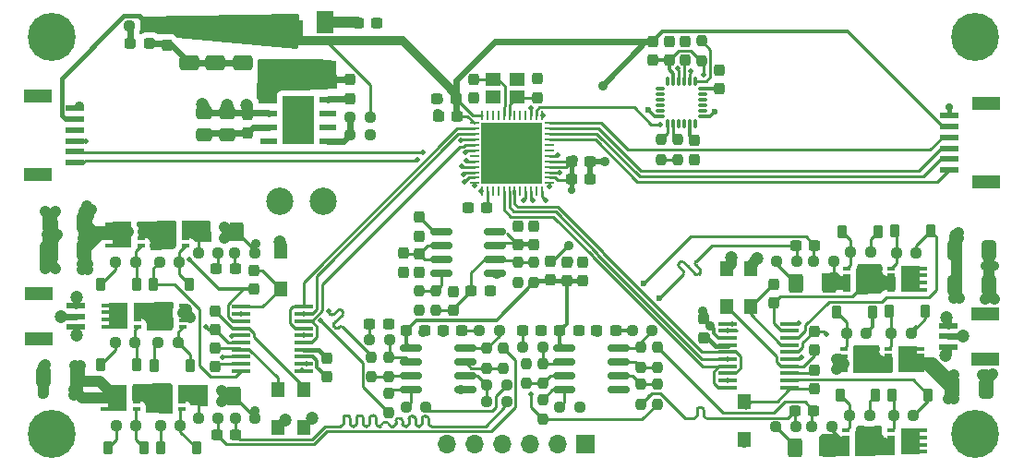
<source format=gbr>
%TF.GenerationSoftware,KiCad,Pcbnew,8.0.2*%
%TF.CreationDate,2024-05-01T20:18:58+08:00*%
%TF.ProjectId,bldcDriver,626c6463-4472-4697-9665-722e6b696361,rev?*%
%TF.SameCoordinates,Original*%
%TF.FileFunction,Copper,L4,Bot*%
%TF.FilePolarity,Positive*%
%FSLAX46Y46*%
G04 Gerber Fmt 4.6, Leading zero omitted, Abs format (unit mm)*
G04 Created by KiCad (PCBNEW 8.0.2) date 2024-05-01 20:18:58*
%MOMM*%
%LPD*%
G01*
G04 APERTURE LIST*
G04 Aperture macros list*
%AMRoundRect*
0 Rectangle with rounded corners*
0 $1 Rounding radius*
0 $2 $3 $4 $5 $6 $7 $8 $9 X,Y pos of 4 corners*
0 Add a 4 corners polygon primitive as box body*
4,1,4,$2,$3,$4,$5,$6,$7,$8,$9,$2,$3,0*
0 Add four circle primitives for the rounded corners*
1,1,$1+$1,$2,$3*
1,1,$1+$1,$4,$5*
1,1,$1+$1,$6,$7*
1,1,$1+$1,$8,$9*
0 Add four rect primitives between the rounded corners*
20,1,$1+$1,$2,$3,$4,$5,0*
20,1,$1+$1,$4,$5,$6,$7,0*
20,1,$1+$1,$6,$7,$8,$9,0*
20,1,$1+$1,$8,$9,$2,$3,0*%
G04 Aperture macros list end*
%TA.AperFunction,ComponentPad*%
%ADD10R,1.700000X1.700000*%
%TD*%
%TA.AperFunction,ComponentPad*%
%ADD11O,1.700000X1.700000*%
%TD*%
%TA.AperFunction,ComponentPad*%
%ADD12C,2.500000*%
%TD*%
%TA.AperFunction,ComponentPad*%
%ADD13C,4.400000*%
%TD*%
%TA.AperFunction,SMDPad,CuDef*%
%ADD14RoundRect,0.237500X0.237500X-0.250000X0.237500X0.250000X-0.237500X0.250000X-0.237500X-0.250000X0*%
%TD*%
%TA.AperFunction,SMDPad,CuDef*%
%ADD15RoundRect,0.250000X0.650000X-0.412500X0.650000X0.412500X-0.650000X0.412500X-0.650000X-0.412500X0*%
%TD*%
%TA.AperFunction,SMDPad,CuDef*%
%ADD16RoundRect,0.237500X0.250000X0.237500X-0.250000X0.237500X-0.250000X-0.237500X0.250000X-0.237500X0*%
%TD*%
%TA.AperFunction,SMDPad,CuDef*%
%ADD17R,1.700000X0.500000*%
%TD*%
%TA.AperFunction,SMDPad,CuDef*%
%ADD18R,2.500000X1.200000*%
%TD*%
%TA.AperFunction,SMDPad,CuDef*%
%ADD19R,1.200000X1.400000*%
%TD*%
%TA.AperFunction,SMDPad,CuDef*%
%ADD20RoundRect,0.237500X-0.250000X-0.237500X0.250000X-0.237500X0.250000X0.237500X-0.250000X0.237500X0*%
%TD*%
%TA.AperFunction,SMDPad,CuDef*%
%ADD21R,3.900000X2.200000*%
%TD*%
%TA.AperFunction,SMDPad,CuDef*%
%ADD22R,0.700000X0.400000*%
%TD*%
%TA.AperFunction,SMDPad,CuDef*%
%ADD23R,1.800000X2.480000*%
%TD*%
%TA.AperFunction,SMDPad,CuDef*%
%ADD24RoundRect,0.237500X0.300000X0.237500X-0.300000X0.237500X-0.300000X-0.237500X0.300000X-0.237500X0*%
%TD*%
%TA.AperFunction,SMDPad,CuDef*%
%ADD25RoundRect,0.237500X-0.237500X0.300000X-0.237500X-0.300000X0.237500X-0.300000X0.237500X0.300000X0*%
%TD*%
%TA.AperFunction,SMDPad,CuDef*%
%ADD26RoundRect,0.225000X-0.225000X-0.375000X0.225000X-0.375000X0.225000X0.375000X-0.225000X0.375000X0*%
%TD*%
%TA.AperFunction,SMDPad,CuDef*%
%ADD27RoundRect,0.237500X0.237500X-0.300000X0.237500X0.300000X-0.237500X0.300000X-0.237500X-0.300000X0*%
%TD*%
%TA.AperFunction,SMDPad,CuDef*%
%ADD28RoundRect,0.225000X0.225000X0.375000X-0.225000X0.375000X-0.225000X-0.375000X0.225000X-0.375000X0*%
%TD*%
%TA.AperFunction,SMDPad,CuDef*%
%ADD29RoundRect,0.237500X-0.237500X0.250000X-0.237500X-0.250000X0.237500X-0.250000X0.237500X0.250000X0*%
%TD*%
%TA.AperFunction,SMDPad,CuDef*%
%ADD30RoundRect,0.150000X0.825000X0.150000X-0.825000X0.150000X-0.825000X-0.150000X0.825000X-0.150000X0*%
%TD*%
%TA.AperFunction,SMDPad,CuDef*%
%ADD31RoundRect,0.250000X0.412500X0.650000X-0.412500X0.650000X-0.412500X-0.650000X0.412500X-0.650000X0*%
%TD*%
%TA.AperFunction,SMDPad,CuDef*%
%ADD32RoundRect,0.237500X-0.300000X-0.237500X0.300000X-0.237500X0.300000X0.237500X-0.300000X0.237500X0*%
%TD*%
%TA.AperFunction,SMDPad,CuDef*%
%ADD33RoundRect,0.250000X-0.412500X-0.650000X0.412500X-0.650000X0.412500X0.650000X-0.412500X0.650000X0*%
%TD*%
%TA.AperFunction,SMDPad,CuDef*%
%ADD34RoundRect,0.250000X-0.400000X-0.625000X0.400000X-0.625000X0.400000X0.625000X-0.400000X0.625000X0*%
%TD*%
%TA.AperFunction,SMDPad,CuDef*%
%ADD35R,1.550000X0.600000*%
%TD*%
%TA.AperFunction,ComponentPad*%
%ADD36C,0.600000*%
%TD*%
%TA.AperFunction,SMDPad,CuDef*%
%ADD37R,2.600000X3.100000*%
%TD*%
%TA.AperFunction,SMDPad,CuDef*%
%ADD38R,2.950000X4.500000*%
%TD*%
%TA.AperFunction,SMDPad,CuDef*%
%ADD39RoundRect,0.075000X-0.350000X-0.075000X0.350000X-0.075000X0.350000X0.075000X-0.350000X0.075000X0*%
%TD*%
%TA.AperFunction,SMDPad,CuDef*%
%ADD40RoundRect,0.075000X-0.075000X0.350000X-0.075000X-0.350000X0.075000X-0.350000X0.075000X0.350000X0*%
%TD*%
%TA.AperFunction,SMDPad,CuDef*%
%ADD41RoundRect,0.250000X0.475000X-0.337500X0.475000X0.337500X-0.475000X0.337500X-0.475000X-0.337500X0*%
%TD*%
%TA.AperFunction,SMDPad,CuDef*%
%ADD42RoundRect,0.062500X-0.062500X0.375000X-0.062500X-0.375000X0.062500X-0.375000X0.062500X0.375000X0*%
%TD*%
%TA.AperFunction,SMDPad,CuDef*%
%ADD43RoundRect,0.062500X-0.375000X0.062500X-0.375000X-0.062500X0.375000X-0.062500X0.375000X0.062500X0*%
%TD*%
%TA.AperFunction,HeatsinkPad*%
%ADD44R,5.600000X5.600000*%
%TD*%
%TA.AperFunction,SMDPad,CuDef*%
%ADD45RoundRect,0.250000X0.400000X0.625000X-0.400000X0.625000X-0.400000X-0.625000X0.400000X-0.625000X0*%
%TD*%
%TA.AperFunction,SMDPad,CuDef*%
%ADD46R,1.620000X2.046000*%
%TD*%
%TA.AperFunction,SMDPad,CuDef*%
%ADD47O,1.742000X0.364000*%
%TD*%
%TA.AperFunction,SMDPad,CuDef*%
%ADD48R,1.400000X1.200000*%
%TD*%
%TA.AperFunction,SMDPad,CuDef*%
%ADD49RoundRect,0.237500X0.287500X0.237500X-0.287500X0.237500X-0.287500X-0.237500X0.287500X-0.237500X0*%
%TD*%
%TA.AperFunction,ViaPad*%
%ADD50C,0.900000*%
%TD*%
%TA.AperFunction,ViaPad*%
%ADD51C,0.500000*%
%TD*%
%TA.AperFunction,ViaPad*%
%ADD52C,0.600000*%
%TD*%
%TA.AperFunction,ViaPad*%
%ADD53C,0.700000*%
%TD*%
%TA.AperFunction,ViaPad*%
%ADD54C,1.200000*%
%TD*%
%TA.AperFunction,Conductor*%
%ADD55C,0.600000*%
%TD*%
%TA.AperFunction,Conductor*%
%ADD56C,0.500000*%
%TD*%
%TA.AperFunction,Conductor*%
%ADD57C,1.000000*%
%TD*%
%TA.AperFunction,Conductor*%
%ADD58C,0.250000*%
%TD*%
%TA.AperFunction,Conductor*%
%ADD59C,0.350000*%
%TD*%
%TA.AperFunction,Conductor*%
%ADD60C,0.300000*%
%TD*%
%TA.AperFunction,Conductor*%
%ADD61C,0.400000*%
%TD*%
%TA.AperFunction,Conductor*%
%ADD62C,0.800000*%
%TD*%
G04 APERTURE END LIST*
D10*
%TO.P,J2,1,Pin_1*%
%TO.N,+3V3*%
X83950000Y-70600000D03*
D11*
%TO.P,J2,2,Pin_2*%
%TO.N,GNDD*%
X81410000Y-70600000D03*
%TO.P,J2,3,Pin_3*%
%TO.N,/USART3_TX*%
X78870000Y-70600000D03*
%TO.P,J2,4,Pin_4*%
%TO.N,/USART3_RX*%
X76330000Y-70600000D03*
%TO.P,J2,5,Pin_5*%
%TO.N,/SWDIO*%
X73790000Y-70600000D03*
%TO.P,J2,6,Pin_6*%
%TO.N,/SWCLK*%
X71250000Y-70600000D03*
%TD*%
D12*
%TO.P,J1,1,Pin_1*%
%TO.N,GNDPWR*%
X59900000Y-48300000D03*
%TO.P,J1,2,Pin_2*%
%TO.N,+BATT*%
X55900000Y-48300000D03*
%TD*%
D13*
%TO.P,,1*%
%TO.N,N/C*%
X34960000Y-33240000D03*
%TD*%
%TO.P,,1*%
%TO.N,N/C*%
X119660000Y-33240000D03*
%TD*%
%TO.P,,1*%
%TO.N,N/C*%
X119660000Y-69640000D03*
%TD*%
%TO.P,,1*%
%TO.N,N/C*%
X34960000Y-69640000D03*
%TD*%
D14*
%TO.P,R20,1*%
%TO.N,Net-(U6A--)*%
X90500000Y-63525000D03*
%TO.P,R20,2*%
%TO.N,/2CS1+*%
X90500000Y-61700000D03*
%TD*%
D15*
%TO.P,C4,1*%
%TO.N,GNDPWR*%
X47580000Y-35577500D03*
%TO.P,C4,2*%
%TO.N,+3V3*%
X47580000Y-32452500D03*
%TD*%
D16*
%TO.P,R23,1*%
%TO.N,GNDPWR*%
X53642500Y-68190000D03*
%TO.P,R23,2*%
%TO.N,/1CS1-*%
X51817500Y-68190000D03*
%TD*%
D17*
%TO.P,J5,1,Pin_1*%
%TO.N,/NSS1*%
X37140000Y-44780000D03*
%TO.P,J5,2,Pin_2*%
%TO.N,/SPI3_MOSI*%
X37140000Y-43780000D03*
%TO.P,J5,3,Pin_3*%
%TO.N,/SPI3_MISO*%
X37140000Y-42780000D03*
%TO.P,J5,4,Pin_4*%
%TO.N,/SPI3_SCK*%
X37140000Y-41780000D03*
%TO.P,J5,5,Pin_5*%
%TO.N,+3V3*%
X37140000Y-40780000D03*
%TO.P,J5,6,Pin_6*%
%TO.N,GNDD*%
X37140000Y-39780000D03*
D18*
%TO.P,J5,7*%
%TO.N,N/C*%
X33740000Y-38680000D03*
%TO.P,J5,8*%
X33740000Y-45880000D03*
%TD*%
D19*
%TO.P,D2,1,K*%
%TO.N,Net-(D2-K)*%
X98500000Y-66665000D03*
%TO.P,D2,2,A*%
%TO.N,+BATT*%
X98500000Y-70135000D03*
%TD*%
D20*
%TO.P,R8,1*%
%TO.N,/inverter/1HO3*%
X40890000Y-68900000D03*
%TO.P,R8,2*%
%TO.N,Net-(D5-A)*%
X42715000Y-68900000D03*
%TD*%
D21*
%TO.P,L1,1,1*%
%TO.N,Net-(D8-K)*%
X56100000Y-36585000D03*
%TO.P,L1,2,2*%
%TO.N,+3V3*%
X56100000Y-32785000D03*
%TD*%
D22*
%TO.P,Q11,1,S*%
%TO.N,/inverter/2VS3*%
X111982500Y-56404476D03*
%TO.P,Q11,2,S*%
X111982500Y-55754476D03*
%TO.P,Q11,3,S*%
X111982500Y-55104476D03*
%TO.P,Q11,4,G*%
%TO.N,Net-(D20-A)*%
X111982500Y-54454476D03*
%TO.P,Q11,5,D*%
%TO.N,+BATT*%
X114952500Y-54454476D03*
%TO.P,Q11,6,D*%
X114952500Y-55104476D03*
%TO.P,Q11,7,D*%
X114952500Y-55754476D03*
%TO.P,Q11,8,D*%
X114952500Y-56404476D03*
D23*
X113752500Y-55429476D03*
%TD*%
D16*
%TO.P,R17,1*%
%TO.N,/inverter/2HO3*%
X114265000Y-53071476D03*
%TO.P,R17,2*%
%TO.N,Net-(D20-A)*%
X112440000Y-53071476D03*
%TD*%
D24*
%TO.P,C38,1*%
%TO.N,GNDD*%
X75187500Y-56530000D03*
%TO.P,C38,2*%
%TO.N,/INA1+*%
X73462500Y-56530000D03*
%TD*%
%TO.P,C41,1*%
%TO.N,GNDD*%
X79900000Y-60200000D03*
%TO.P,C41,2*%
%TO.N,/ADC1_IN11*%
X78175000Y-60200000D03*
%TD*%
D22*
%TO.P,Q9,1,S*%
%TO.N,/inverter/2VS2*%
X111730000Y-63775000D03*
%TO.P,Q9,2,S*%
X111730000Y-63125000D03*
%TO.P,Q9,3,S*%
X111730000Y-62475000D03*
%TO.P,Q9,4,G*%
%TO.N,Net-(D18-A)*%
X111730000Y-61825000D03*
%TO.P,Q9,5,D*%
%TO.N,+BATT*%
X114700000Y-61825000D03*
%TO.P,Q9,6,D*%
X114700000Y-62475000D03*
%TO.P,Q9,7,D*%
X114700000Y-63125000D03*
%TO.P,Q9,8,D*%
X114700000Y-63775000D03*
D23*
X113500000Y-62800000D03*
%TD*%
D25*
%TO.P,C29,1*%
%TO.N,Net-(D7-K)*%
X53500000Y-54637500D03*
%TO.P,C29,2*%
%TO.N,/inverter/1VS1*%
X53500000Y-56362500D03*
%TD*%
D22*
%TO.P,Q8,1,S*%
%TO.N,Net-(Q8-S-Pad1)*%
X107832500Y-71296476D03*
%TO.P,Q8,2,S*%
X107832500Y-70646476D03*
%TO.P,Q8,3,S*%
X107832500Y-69996476D03*
%TO.P,Q8,4,G*%
%TO.N,Net-(D17-A)*%
X107832500Y-69346476D03*
%TO.P,Q8,5,D*%
%TO.N,/inverter/2VS1*%
X110802500Y-69346476D03*
%TO.P,Q8,6,D*%
X110802500Y-69996476D03*
%TO.P,Q8,7,D*%
X110802500Y-70646476D03*
%TO.P,Q8,8,D*%
X110802500Y-71296476D03*
D23*
X109602500Y-70321476D03*
%TD*%
D16*
%TO.P,R3,1*%
%TO.N,+3V3*%
X43942500Y-32205000D03*
%TO.P,R3,2*%
%TO.N,Net-(D1-A)*%
X42117500Y-32205000D03*
%TD*%
D20*
%TO.P,R4,1*%
%TO.N,/inverter/1HO2*%
X40807500Y-61300000D03*
%TO.P,R4,2*%
%TO.N,Net-(D9-A)*%
X42632500Y-61300000D03*
%TD*%
D22*
%TO.P,Q13,1,S*%
%TO.N,/inverter/1VS3*%
X42753500Y-65400000D03*
%TO.P,Q13,2,S*%
X42753500Y-66050000D03*
%TO.P,Q13,3,S*%
X42753500Y-66700000D03*
%TO.P,Q13,4,G*%
%TO.N,Net-(D5-A)*%
X42753500Y-67350000D03*
%TO.P,Q13,5,D*%
%TO.N,+BATT*%
X39783500Y-67350000D03*
%TO.P,Q13,6,D*%
X39783500Y-66700000D03*
%TO.P,Q13,7,D*%
X39783500Y-66050000D03*
%TO.P,Q13,8,D*%
X39783500Y-65400000D03*
D23*
X40983500Y-66375000D03*
%TD*%
D20*
%TO.P,R19,1*%
%TO.N,/inverter/1LO1*%
X44867500Y-53910000D03*
%TO.P,R19,2*%
%TO.N,Net-(D24-A)*%
X46692500Y-53910000D03*
%TD*%
%TO.P,R2,1*%
%TO.N,Net-(U3-VSENSE)*%
X62355000Y-42225000D03*
%TO.P,R2,2*%
%TO.N,GNDPWR*%
X64180000Y-42225000D03*
%TD*%
D26*
%TO.P,D22,1,K*%
%TO.N,/inverter/1LO2*%
X44372500Y-63350000D03*
%TO.P,D22,2,A*%
%TO.N,Net-(D22-A)*%
X47672500Y-63350000D03*
%TD*%
D27*
%TO.P,C68,1*%
%TO.N,/YO*%
X79500000Y-38805000D03*
%TO.P,C68,2*%
%TO.N,GNDD*%
X79500000Y-37080000D03*
%TD*%
D24*
%TO.P,C35,1*%
%TO.N,/1CS2-*%
X51822500Y-54510000D03*
%TO.P,C35,2*%
%TO.N,/1CS2+*%
X50097500Y-54510000D03*
%TD*%
D28*
%TO.P,D19,1,K*%
%TO.N,/inverter/2LO2*%
X110250000Y-58471476D03*
%TO.P,D19,2,A*%
%TO.N,Net-(D19-A)*%
X106950000Y-58471476D03*
%TD*%
D25*
%TO.P,C30,1*%
%TO.N,Net-(D10-K)*%
X50000000Y-58375000D03*
%TO.P,C30,2*%
%TO.N,/inverter/1VS2*%
X50000000Y-60100000D03*
%TD*%
%TO.P,C48,1*%
%TO.N,GNDD*%
X77725000Y-50572500D03*
%TO.P,C48,2*%
%TO.N,/VREF_OP1*%
X77725000Y-52297500D03*
%TD*%
D17*
%TO.P,CN2,1,1*%
%TO.N,/inverter/2VS3*%
X117171500Y-59703500D03*
%TO.P,CN2,2,2*%
%TO.N,/inverter/2VS2*%
X117171500Y-60703500D03*
%TO.P,CN2,3,3*%
%TO.N,/inverter/2VS1*%
X117171500Y-61703500D03*
D18*
%TO.P,CN2,4,4*%
%TO.N,unconnected-(CN2-Pad4)*%
X120571500Y-62803500D03*
%TO.P,CN2,5,5*%
%TO.N,unconnected-(CN2-Pad5)*%
X120571500Y-58603500D03*
%TD*%
D29*
%TO.P,R30,1*%
%TO.N,Net-(U6A-+)*%
X89000000Y-65075000D03*
%TO.P,R30,2*%
%TO.N,/2CS1-*%
X89000000Y-66900000D03*
%TD*%
D16*
%TO.P,R37,1*%
%TO.N,Net-(R36-Pad2)*%
X76050000Y-60200000D03*
%TO.P,R37,2*%
%TO.N,/ADC1_IN5*%
X74225000Y-60200000D03*
%TD*%
D22*
%TO.P,Q14,1,S*%
%TO.N,GNDPWR*%
X47020000Y-57915000D03*
%TO.P,Q14,2,S*%
X47020000Y-58565000D03*
%TO.P,Q14,3,S*%
X47020000Y-59215000D03*
%TO.P,Q14,4,G*%
%TO.N,Net-(D22-A)*%
X47020000Y-59865000D03*
%TO.P,Q14,5,D*%
%TO.N,/inverter/1VS2*%
X44050000Y-59865000D03*
%TO.P,Q14,6,D*%
X44050000Y-59215000D03*
%TO.P,Q14,7,D*%
X44050000Y-58565000D03*
%TO.P,Q14,8,D*%
X44050000Y-57915000D03*
D23*
X45250000Y-58890000D03*
%TD*%
D24*
%TO.P,C42,1*%
%TO.N,GNDD*%
X65862500Y-59600000D03*
%TO.P,C42,2*%
%TO.N,/ADC2_IN15*%
X64137500Y-59600000D03*
%TD*%
D30*
%TO.P,U6,1*%
%TO.N,Net-(R34-Pad2)*%
X86975000Y-61760000D03*
%TO.P,U6,2,-*%
%TO.N,Net-(U6A--)*%
X86975000Y-63030000D03*
%TO.P,U6,3,+*%
%TO.N,Net-(U6A-+)*%
X86975000Y-64300000D03*
%TO.P,U6,4,V-*%
%TO.N,GNDD*%
X86975000Y-65570000D03*
%TO.P,U6,5,+*%
%TO.N,Net-(U6B-+)*%
X82025000Y-65570000D03*
%TO.P,U6,6,-*%
%TO.N,Net-(U6B--)*%
X82025000Y-64300000D03*
%TO.P,U6,7*%
%TO.N,Net-(R48-Pad2)*%
X82025000Y-63030000D03*
%TO.P,U6,8,V+*%
%TO.N,/OP_VCC*%
X82025000Y-61760000D03*
%TD*%
D29*
%TO.P,R45,1*%
%TO.N,Net-(U6B-+)*%
X80000000Y-66487500D03*
%TO.P,R45,2*%
%TO.N,/VREF_OP2*%
X80000000Y-68312500D03*
%TD*%
D31*
%TO.P,C33,1*%
%TO.N,GNDPWR*%
X120662500Y-65500000D03*
%TO.P,C33,2*%
%TO.N,+BATT*%
X117537500Y-65500000D03*
%TD*%
D22*
%TO.P,Q15,1,S*%
%TO.N,/inverter/1VS1*%
X43190000Y-50425714D03*
%TO.P,Q15,2,S*%
X43190000Y-51075714D03*
%TO.P,Q15,3,S*%
X43190000Y-51725714D03*
%TO.P,Q15,4,G*%
%TO.N,Net-(D23-A)*%
X43190000Y-52375714D03*
%TO.P,Q15,5,D*%
%TO.N,+BATT*%
X40220000Y-52375714D03*
%TO.P,Q15,6,D*%
X40220000Y-51725714D03*
%TO.P,Q15,7,D*%
X40220000Y-51075714D03*
%TO.P,Q15,8,D*%
X40220000Y-50425714D03*
D23*
X41420000Y-51400714D03*
%TD*%
D22*
%TO.P,Q1,1,S*%
%TO.N,Net-(Q1-S-Pad1)*%
X46902500Y-65400000D03*
%TO.P,Q1,2,S*%
X46902500Y-66050000D03*
%TO.P,Q1,3,S*%
X46902500Y-66700000D03*
%TO.P,Q1,4,G*%
%TO.N,Net-(D6-A)*%
X46902500Y-67350000D03*
%TO.P,Q1,5,D*%
%TO.N,/inverter/1VS3*%
X43932500Y-67350000D03*
%TO.P,Q1,6,D*%
X43932500Y-66700000D03*
%TO.P,Q1,7,D*%
X43932500Y-66050000D03*
%TO.P,Q1,8,D*%
X43932500Y-65400000D03*
D23*
X45132500Y-66375000D03*
%TD*%
D32*
%TO.P,C27,1*%
%TO.N,GNDD*%
X70875000Y-60200000D03*
%TO.P,C27,2*%
%TO.N,/ADC1_IN5*%
X72600000Y-60200000D03*
%TD*%
D30*
%TO.P,U7,1*%
%TO.N,Net-(R36-Pad2)*%
X72887500Y-61800000D03*
%TO.P,U7,2,-*%
%TO.N,Net-(U7A--)*%
X72887500Y-63070000D03*
%TO.P,U7,3,+*%
%TO.N,Net-(U7A-+)*%
X72887500Y-64340000D03*
%TO.P,U7,4,V-*%
%TO.N,GNDD*%
X72887500Y-65610000D03*
%TO.P,U7,5,+*%
%TO.N,Net-(U7B-+)*%
X67937500Y-65610000D03*
%TO.P,U7,6,-*%
%TO.N,Net-(U7B--)*%
X67937500Y-64340000D03*
%TO.P,U7,7*%
%TO.N,Net-(R51-Pad2)*%
X67937500Y-63070000D03*
%TO.P,U7,8,V+*%
%TO.N,/OP_VCC*%
X67937500Y-61800000D03*
%TD*%
D33*
%TO.P,C51,1*%
%TO.N,GNDPWR*%
X34237500Y-64400000D03*
%TO.P,C51,2*%
%TO.N,+BATT*%
X37362500Y-64400000D03*
%TD*%
D14*
%TO.P,R21,1*%
%TO.N,Net-(U7A--)*%
X76400000Y-63612500D03*
%TO.P,R21,2*%
%TO.N,/1CS1+*%
X76400000Y-61787500D03*
%TD*%
D20*
%TO.P,R22,1*%
%TO.N,Net-(Q1-S-Pad1)*%
X48417500Y-68190000D03*
%TO.P,R22,2*%
%TO.N,/1CS1+*%
X50242500Y-68190000D03*
%TD*%
D27*
%TO.P,C23,1*%
%TO.N,Net-(U4-REGOUT)*%
X93100000Y-35362500D03*
%TO.P,C23,2*%
%TO.N,GNDD*%
X93100000Y-33637500D03*
%TD*%
D34*
%TO.P,R11,1*%
%TO.N,GNDPWR*%
X103171500Y-70900000D03*
%TO.P,R11,2*%
%TO.N,Net-(Q8-S-Pad1)*%
X106271500Y-70900000D03*
%TD*%
D20*
%TO.P,R44,1*%
%TO.N,Net-(U6B-+)*%
X81587500Y-67200000D03*
%TO.P,R44,2*%
%TO.N,/2CS2-*%
X83412500Y-67200000D03*
%TD*%
D25*
%TO.P,C10,1*%
%TO.N,GNDD*%
X80725000Y-53817500D03*
%TO.P,C10,2*%
%TO.N,/OP_VCC*%
X80725000Y-55542500D03*
%TD*%
D16*
%TO.P,R50,1*%
%TO.N,Net-(R48-Pad2)*%
X80012500Y-61700000D03*
%TO.P,R50,2*%
%TO.N,/ADC1_IN11*%
X78187500Y-61700000D03*
%TD*%
D20*
%TO.P,R29,1*%
%TO.N,GNDPWR*%
X101480000Y-53851476D03*
%TO.P,R29,2*%
%TO.N,/2CS2-*%
X103305000Y-53851476D03*
%TD*%
D14*
%TO.P,R41,1*%
%TO.N,GNDD*%
X68725000Y-58330000D03*
%TO.P,R41,2*%
%TO.N,/INA2+*%
X68725000Y-56505000D03*
%TD*%
D31*
%TO.P,C12,1*%
%TO.N,GNDPWR*%
X120900000Y-52800000D03*
%TO.P,C12,2*%
%TO.N,+BATT*%
X117775000Y-52800000D03*
%TD*%
D27*
%TO.P,C8,1*%
%TO.N,GNDPWR*%
X45580000Y-33997500D03*
%TO.P,C8,2*%
%TO.N,+3V3*%
X45580000Y-32272500D03*
%TD*%
D20*
%TO.P,R24,1*%
%TO.N,Net-(Q16-S-Pad1)*%
X48447500Y-53010000D03*
%TO.P,R24,2*%
%TO.N,/1CS2+*%
X50272500Y-53010000D03*
%TD*%
D31*
%TO.P,C14,1*%
%TO.N,GNDPWR*%
X120962500Y-56000000D03*
%TO.P,C14,2*%
%TO.N,+BATT*%
X117837500Y-56000000D03*
%TD*%
D20*
%TO.P,R7,1*%
%TO.N,/inverter/1LO3*%
X44977500Y-68900000D03*
%TO.P,R7,2*%
%TO.N,Net-(D6-A)*%
X46802500Y-68900000D03*
%TD*%
%TO.P,R5,1*%
%TO.N,/inverter/1LO2*%
X44767500Y-61290000D03*
%TO.P,R5,2*%
%TO.N,Net-(D22-A)*%
X46592500Y-61290000D03*
%TD*%
D27*
%TO.P,C16,1*%
%TO.N,Net-(D2-K)*%
X104892500Y-65532976D03*
%TO.P,C16,2*%
%TO.N,/inverter/2VS1*%
X104892500Y-63807976D03*
%TD*%
D22*
%TO.P,Q7,1,S*%
%TO.N,/inverter/2VS1*%
X111961500Y-71281476D03*
%TO.P,Q7,2,S*%
X111961500Y-70631476D03*
%TO.P,Q7,3,S*%
X111961500Y-69981476D03*
%TO.P,Q7,4,G*%
%TO.N,Net-(D16-A)*%
X111961500Y-69331476D03*
%TO.P,Q7,5,D*%
%TO.N,+BATT*%
X114931500Y-69331476D03*
%TO.P,Q7,6,D*%
X114931500Y-69981476D03*
%TO.P,Q7,7,D*%
X114931500Y-70631476D03*
%TO.P,Q7,8,D*%
X114931500Y-71281476D03*
D23*
X113731500Y-70306476D03*
%TD*%
D24*
%TO.P,C19,1*%
%TO.N,+3V3*%
X72062500Y-38950000D03*
%TO.P,C19,2*%
%TO.N,GNDD*%
X70337500Y-38950000D03*
%TD*%
D33*
%TO.P,C34,1*%
%TO.N,GNDPWR*%
X34837500Y-50300000D03*
%TO.P,C34,2*%
%TO.N,+BATT*%
X37962500Y-50300000D03*
%TD*%
D32*
%TO.P,FB2,1*%
%TO.N,GNDPWR*%
X63107500Y-31970000D03*
%TO.P,FB2,2*%
%TO.N,GNDD*%
X64832500Y-31970000D03*
%TD*%
D22*
%TO.P,Q12,1,S*%
%TO.N,Net-(Q12-S-Pad1)*%
X107892500Y-56431476D03*
%TO.P,Q12,2,S*%
X107892500Y-55781476D03*
%TO.P,Q12,3,S*%
X107892500Y-55131476D03*
%TO.P,Q12,4,G*%
%TO.N,Net-(D21-A)*%
X107892500Y-54481476D03*
%TO.P,Q12,5,D*%
%TO.N,/inverter/2VS3*%
X110862500Y-54481476D03*
%TO.P,Q12,6,D*%
X110862500Y-55131476D03*
%TO.P,Q12,7,D*%
X110862500Y-55781476D03*
%TO.P,Q12,8,D*%
X110862500Y-56431476D03*
D23*
X109662500Y-55456476D03*
%TD*%
D30*
%TO.P,U8,1*%
%TO.N,/VREF_OP1*%
X75675000Y-51090000D03*
%TO.P,U8,2,-*%
X75675000Y-52360000D03*
%TO.P,U8,3,+*%
%TO.N,/INA1+*%
X75675000Y-53630000D03*
%TO.P,U8,4,V-*%
%TO.N,GNDD*%
X75675000Y-54900000D03*
%TO.P,U8,5,+*%
%TO.N,/INA2+*%
X70725000Y-54900000D03*
%TO.P,U8,6,-*%
%TO.N,/VREF_OP2*%
X70725000Y-53630000D03*
%TO.P,U8,7*%
X70725000Y-52360000D03*
%TO.P,U8,8,V+*%
%TO.N,/OP_VCC*%
X70725000Y-51090000D03*
%TD*%
D29*
%TO.P,R38,1*%
%TO.N,/INA1+*%
X79225000Y-53935000D03*
%TO.P,R38,2*%
%TO.N,/OP_VCC*%
X79225000Y-55760000D03*
%TD*%
D16*
%TO.P,R18,1*%
%TO.N,/inverter/2LO3*%
X110052500Y-52991476D03*
%TO.P,R18,2*%
%TO.N,Net-(D21-A)*%
X108227500Y-52991476D03*
%TD*%
D25*
%TO.P,C26,1*%
%TO.N,Net-(D4-K)*%
X101200000Y-55937500D03*
%TO.P,C26,2*%
%TO.N,/inverter/2VS3*%
X101200000Y-57662500D03*
%TD*%
D16*
%TO.P,R1,1*%
%TO.N,+3V3*%
X64162500Y-40635000D03*
%TO.P,R1,2*%
%TO.N,Net-(U3-VSENSE)*%
X62337500Y-40635000D03*
%TD*%
D35*
%TO.P,U3,1,BOOT*%
%TO.N,Net-(U3-BOOT)*%
X60290000Y-38995000D03*
%TO.P,U3,2,NC*%
%TO.N,unconnected-(U3-NC-Pad2)*%
X60290000Y-40265000D03*
%TO.P,U3,3,NC*%
%TO.N,unconnected-(U3-NC-Pad3)*%
X60290000Y-41535000D03*
%TO.P,U3,4,VSENSE*%
%TO.N,Net-(U3-VSENSE)*%
X60290000Y-42805000D03*
%TO.P,U3,5,EN*%
%TO.N,unconnected-(U3-EN-Pad5)*%
X54890000Y-42805000D03*
%TO.P,U3,6,GND*%
%TO.N,GNDPWR*%
X54890000Y-41535000D03*
%TO.P,U3,7,VIN*%
%TO.N,+BATT*%
X54890000Y-40265000D03*
%TO.P,U3,8,PH*%
%TO.N,Net-(D8-K)*%
X54890000Y-38995000D03*
D36*
%TO.P,U3,9,GNDPAD*%
%TO.N,GNDPWR*%
X58190000Y-42700000D03*
X58190000Y-41600000D03*
X58190000Y-40300000D03*
X58190000Y-39100000D03*
D37*
X57590000Y-40900000D03*
D38*
X57590000Y-40900000D03*
D36*
X56990000Y-42700000D03*
X56990000Y-41600000D03*
X56990000Y-40300000D03*
X56990000Y-39100000D03*
%TD*%
D39*
%TO.P,U4,1,CLKIN*%
%TO.N,GNDD*%
X90800000Y-40500000D03*
%TO.P,U4,2,NC*%
%TO.N,unconnected-(U4-NC-Pad2)*%
X90800000Y-40000000D03*
%TO.P,U4,3,NC*%
%TO.N,unconnected-(U4-NC-Pad3)*%
X90800000Y-39500000D03*
%TO.P,U4,4,NC*%
%TO.N,unconnected-(U4-NC-Pad4)*%
X90800000Y-39000000D03*
%TO.P,U4,5,NC*%
%TO.N,unconnected-(U4-NC-Pad5)*%
X90800000Y-38500000D03*
%TO.P,U4,6,AUX_DA*%
%TO.N,unconnected-(U4-AUX_DA-Pad6)*%
X90800000Y-38000000D03*
D40*
%TO.P,U4,7,AUX_CL*%
%TO.N,unconnected-(U4-AUX_CL-Pad7)*%
X91500000Y-37300000D03*
%TO.P,U4,8,VLOGIC*%
%TO.N,Net-(U4-VDD)*%
X92000000Y-37300000D03*
%TO.P,U4,9,AD0*%
%TO.N,GNDD*%
X92500000Y-37300000D03*
%TO.P,U4,10,REGOUT*%
%TO.N,Net-(U4-REGOUT)*%
X93000000Y-37300000D03*
%TO.P,U4,11,FSYNC*%
%TO.N,GNDD*%
X93500000Y-37300000D03*
%TO.P,U4,12,INT*%
%TO.N,/MPU_INT*%
X94000000Y-37300000D03*
D39*
%TO.P,U4,13,VDD*%
%TO.N,Net-(U4-VDD)*%
X94700000Y-38000000D03*
%TO.P,U4,14,NC*%
%TO.N,unconnected-(U4-NC-Pad14)*%
X94700000Y-38500000D03*
%TO.P,U4,15,NC*%
%TO.N,unconnected-(U4-NC-Pad15)*%
X94700000Y-39000000D03*
%TO.P,U4,16,NC*%
%TO.N,unconnected-(U4-NC-Pad16)*%
X94700000Y-39500000D03*
%TO.P,U4,17,NC*%
%TO.N,unconnected-(U4-NC-Pad17)*%
X94700000Y-40000000D03*
%TO.P,U4,18,GND*%
%TO.N,GNDD*%
X94700000Y-40500000D03*
D40*
%TO.P,U4,19,RESV*%
%TO.N,unconnected-(U4-RESV-Pad19)*%
X94000000Y-41200000D03*
%TO.P,U4,20,CPOUT*%
%TO.N,Net-(U4-CPOUT)*%
X93500000Y-41200000D03*
%TO.P,U4,21,RESV*%
%TO.N,unconnected-(U4-RESV-Pad21)*%
X93000000Y-41200000D03*
%TO.P,U4,22,RESV*%
%TO.N,unconnected-(U4-RESV-Pad22)*%
X92500000Y-41200000D03*
%TO.P,U4,23,SCL*%
%TO.N,/I2C1_SCL*%
X92000000Y-41200000D03*
%TO.P,U4,24,SDA*%
%TO.N,/I2C1_SDA*%
X91500000Y-41200000D03*
%TD*%
D24*
%TO.P,C46,1*%
%TO.N,GNDD*%
X69200000Y-60200000D03*
%TO.P,C46,2*%
%TO.N,/OP_VCC*%
X67475000Y-60200000D03*
%TD*%
%TO.P,C21,1*%
%TO.N,+3V3*%
X74862500Y-48900000D03*
%TO.P,C21,2*%
%TO.N,GNDD*%
X73137500Y-48900000D03*
%TD*%
D16*
%TO.P,R26,1*%
%TO.N,Net-(Q8-S-Pad1)*%
X106512500Y-69000000D03*
%TO.P,R26,2*%
%TO.N,/2CS1+*%
X104687500Y-69000000D03*
%TD*%
D14*
%TO.P,R48,1*%
%TO.N,Net-(U6B--)*%
X80000000Y-65012500D03*
%TO.P,R48,2*%
%TO.N,Net-(R48-Pad2)*%
X80000000Y-63187500D03*
%TD*%
D24*
%TO.P,C45,1*%
%TO.N,GNDD*%
X83300000Y-60200000D03*
%TO.P,C45,2*%
%TO.N,/OP_VCC*%
X81575000Y-60200000D03*
%TD*%
D29*
%TO.P,R31,1*%
%TO.N,Net-(U6A-+)*%
X90500000Y-65075000D03*
%TO.P,R31,2*%
%TO.N,/VREF_OP2*%
X90500000Y-66900000D03*
%TD*%
D16*
%TO.P,R14,1*%
%TO.N,/inverter/2LO1*%
X109974000Y-67971476D03*
%TO.P,R14,2*%
%TO.N,Net-(D17-A)*%
X108149000Y-67971476D03*
%TD*%
D33*
%TO.P,C49,1*%
%TO.N,GNDPWR*%
X34837500Y-52800000D03*
%TO.P,C49,2*%
%TO.N,+BATT*%
X37962500Y-52800000D03*
%TD*%
D27*
%TO.P,C47,1*%
%TO.N,GNDD*%
X68700000Y-54857500D03*
%TO.P,C47,2*%
%TO.N,/VREF_OP2*%
X68700000Y-53132500D03*
%TD*%
D19*
%TO.P,D7,1,K*%
%TO.N,Net-(D7-K)*%
X56000000Y-56335000D03*
%TO.P,D7,2,A*%
%TO.N,+BATT*%
X56000000Y-52865000D03*
%TD*%
D14*
%TO.P,R39,1*%
%TO.N,GNDD*%
X77725000Y-55747500D03*
%TO.P,R39,2*%
%TO.N,/INA1+*%
X77725000Y-53922500D03*
%TD*%
D25*
%TO.P,C44,1*%
%TO.N,GNDD*%
X79225000Y-50572500D03*
%TO.P,C44,2*%
%TO.N,/VREF_OP1*%
X79225000Y-52297500D03*
%TD*%
D41*
%TO.P,C5,1*%
%TO.N,GNDPWR*%
X51100000Y-42252500D03*
%TO.P,C5,2*%
%TO.N,+BATT*%
X51100000Y-40177500D03*
%TD*%
D42*
%TO.P,U5,1,VBAT*%
%TO.N,+3V3*%
X74450000Y-40462500D03*
%TO.P,U5,2,PC13*%
%TO.N,unconnected-(U5-PC13-Pad2)*%
X74950000Y-40462500D03*
%TO.P,U5,3,PC14*%
%TO.N,unconnected-(U5-PC14-Pad3)*%
X75450000Y-40462500D03*
%TO.P,U5,4,PC15*%
%TO.N,unconnected-(U5-PC15-Pad4)*%
X75950000Y-40462500D03*
%TO.P,U5,5,PF0*%
%TO.N,/YI*%
X76450000Y-40462500D03*
%TO.P,U5,6,PF1*%
%TO.N,/YO*%
X76950000Y-40462500D03*
%TO.P,U5,7,PG10*%
%TO.N,unconnected-(U5-PG10-Pad7)*%
X77450000Y-40462500D03*
%TO.P,U5,8,PA0*%
%TO.N,unconnected-(U5-PA0-Pad8)*%
X77950000Y-40462500D03*
%TO.P,U5,9,PA1*%
%TO.N,unconnected-(U5-PA1-Pad9)*%
X78450000Y-40462500D03*
%TO.P,U5,10,PA2*%
%TO.N,/USART2_TX*%
X78950000Y-40462500D03*
%TO.P,U5,11,PA3*%
%TO.N,/USART2_RX*%
X79450000Y-40462500D03*
%TO.P,U5,12,PA4*%
%TO.N,/MPU_INT*%
X79950000Y-40462500D03*
D43*
%TO.P,U5,13,PA5*%
%TO.N,/SPI1_SCK*%
X80637500Y-41150000D03*
%TO.P,U5,14,PA6*%
%TO.N,/SPI1_MISO*%
X80637500Y-41650000D03*
%TO.P,U5,15,PA7*%
%TO.N,/SPI1_MOSI*%
X80637500Y-42150000D03*
%TO.P,U5,16,PC4*%
%TO.N,/NSS2*%
X80637500Y-42650000D03*
%TO.P,U5,17,PB0*%
%TO.N,/ADC1_IN15*%
X80637500Y-43150000D03*
%TO.P,U5,18,PB1*%
%TO.N,unconnected-(U5-PB1-Pad18)*%
X80637500Y-43650000D03*
%TO.P,U5,19,PB2*%
%TO.N,/ADC2_IN12*%
X80637500Y-44150000D03*
%TO.P,U5,20,VREF+*%
%TO.N,+3V3*%
X80637500Y-44650000D03*
%TO.P,U5,21,VDDA*%
X80637500Y-45150000D03*
%TO.P,U5,22,PB10*%
%TO.N,/USART3_TX*%
X80637500Y-45650000D03*
%TO.P,U5,23,VDD*%
%TO.N,+3V3*%
X80637500Y-46150000D03*
%TO.P,U5,24,PB11*%
%TO.N,/USART3_RX*%
X80637500Y-46650000D03*
D42*
%TO.P,U5,25,PB12*%
%TO.N,/ADC1_IN11*%
X79950000Y-47337500D03*
%TO.P,U5,26,PB13*%
%TO.N,unconnected-(U5-PB13-Pad26)*%
X79450000Y-47337500D03*
%TO.P,U5,27,PB14*%
%TO.N,/ADC1_IN5*%
X78950000Y-47337500D03*
%TO.P,U5,28,PB15*%
%TO.N,/ADC2_IN15*%
X78450000Y-47337500D03*
%TO.P,U5,29,PC6*%
%TO.N,unconnected-(U5-PC6-Pad29)*%
X77950000Y-47337500D03*
%TO.P,U5,30,PA8*%
%TO.N,/TIM1_CH1*%
X77450000Y-47337500D03*
%TO.P,U5,31,PA9*%
%TO.N,/TIM1_CH2*%
X76950000Y-47337500D03*
%TO.P,U5,32,PA10*%
%TO.N,/TIM1_CH3*%
X76450000Y-47337500D03*
%TO.P,U5,33,PA11*%
%TO.N,unconnected-(U5-PA11-Pad33)*%
X75950000Y-47337500D03*
%TO.P,U5,34,PA12*%
%TO.N,unconnected-(U5-PA12-Pad34)*%
X75450000Y-47337500D03*
%TO.P,U5,35,VDD*%
%TO.N,+3V3*%
X74950000Y-47337500D03*
%TO.P,U5,36,PA13*%
%TO.N,/SWDIO*%
X74450000Y-47337500D03*
D43*
%TO.P,U5,37,PA14*%
%TO.N,/SWCLK*%
X73762500Y-46650000D03*
%TO.P,U5,38,PA15*%
%TO.N,/I2C1_SCL*%
X73762500Y-46150000D03*
%TO.P,U5,39,PC10*%
%TO.N,/SPI3_SCK*%
X73762500Y-45650000D03*
%TO.P,U5,40,PC11*%
%TO.N,/SPI3_MISO*%
X73762500Y-45150000D03*
%TO.P,U5,41,PB3*%
%TO.N,/NSS1*%
X73762500Y-44650000D03*
%TO.P,U5,42,PB4*%
%TO.N,unconnected-(U5-PB4-Pad42)*%
X73762500Y-44150000D03*
%TO.P,U5,43,PB5*%
%TO.N,/SPI3_MOSI*%
X73762500Y-43650000D03*
%TO.P,U5,44,PB6*%
%TO.N,/TIM8_CH1*%
X73762500Y-43150000D03*
%TO.P,U5,45,PB7*%
%TO.N,/I2C1_SDA*%
X73762500Y-42650000D03*
%TO.P,U5,46,PB8*%
%TO.N,/TIM8_CH2*%
X73762500Y-42150000D03*
%TO.P,U5,47,PB9*%
%TO.N,/TIM8_CH3*%
X73762500Y-41650000D03*
%TO.P,U5,48,VDD*%
%TO.N,+3V3*%
X73762500Y-41150000D03*
D44*
%TO.P,U5,49,VSS*%
%TO.N,GNDD*%
X77200000Y-43900000D03*
%TD*%
D32*
%TO.P,C18,1*%
%TO.N,+3V3*%
X82637500Y-46300000D03*
%TO.P,C18,2*%
%TO.N,GNDD*%
X84362500Y-46300000D03*
%TD*%
D19*
%TO.P,D3,1,K*%
%TO.N,Net-(D3-K)*%
X96900000Y-57935000D03*
%TO.P,D3,2,A*%
%TO.N,+BATT*%
X96900000Y-54465000D03*
%TD*%
D45*
%TO.P,R9,1*%
%TO.N,GNDPWR*%
X51680000Y-66180000D03*
%TO.P,R9,2*%
%TO.N,Net-(Q1-S-Pad1)*%
X48580000Y-66180000D03*
%TD*%
D28*
%TO.P,D20,1,K*%
%TO.N,/inverter/2HO3*%
X115570000Y-51051476D03*
%TO.P,D20,2,A*%
%TO.N,Net-(D20-A)*%
X112270000Y-51051476D03*
%TD*%
D14*
%TO.P,R51,1*%
%TO.N,Net-(U7B--)*%
X65900000Y-64412500D03*
%TO.P,R51,2*%
%TO.N,Net-(R51-Pad2)*%
X65900000Y-62587500D03*
%TD*%
D22*
%TO.P,Q16,1,S*%
%TO.N,Net-(Q16-S-Pad1)*%
X47299000Y-50435000D03*
%TO.P,Q16,2,S*%
X47299000Y-51085000D03*
%TO.P,Q16,3,S*%
X47299000Y-51735000D03*
%TO.P,Q16,4,G*%
%TO.N,Net-(D24-A)*%
X47299000Y-52385000D03*
%TO.P,Q16,5,D*%
%TO.N,/inverter/1VS1*%
X44329000Y-52385000D03*
%TO.P,Q16,6,D*%
X44329000Y-51735000D03*
%TO.P,Q16,7,D*%
X44329000Y-51085000D03*
%TO.P,Q16,8,D*%
X44329000Y-50435000D03*
D23*
X45529000Y-51410000D03*
%TD*%
D25*
%TO.P,C24,1*%
%TO.N,Net-(U4-CPOUT)*%
X93900000Y-42737500D03*
%TO.P,C24,2*%
%TO.N,GNDD*%
X93900000Y-44462500D03*
%TD*%
D27*
%TO.P,C22,1*%
%TO.N,Net-(U4-VDD)*%
X91600000Y-35362500D03*
%TO.P,C22,2*%
%TO.N,GNDD*%
X91600000Y-33637500D03*
%TD*%
D20*
%TO.P,R32,1*%
%TO.N,Net-(U7A-+)*%
X74875000Y-66700000D03*
%TO.P,R32,2*%
%TO.N,/1CS1-*%
X76700000Y-66700000D03*
%TD*%
%TO.P,R33,1*%
%TO.N,Net-(U7A-+)*%
X74875000Y-65200000D03*
%TO.P,R33,2*%
%TO.N,/VREF_OP1*%
X76700000Y-65200000D03*
%TD*%
D25*
%TO.P,C67,1*%
%TO.N,/YI*%
X73700000Y-37127500D03*
%TO.P,C67,2*%
%TO.N,GNDD*%
X73700000Y-38852500D03*
%TD*%
D46*
%TO.P,D8,1,K*%
%TO.N,Net-(D8-K)*%
X60051000Y-36729000D03*
%TO.P,D8,2,A*%
%TO.N,GNDPWR*%
X60069000Y-31921000D03*
%TD*%
D28*
%TO.P,D17,1,K*%
%TO.N,/inverter/2LO1*%
X110559000Y-66071476D03*
%TO.P,D17,2,A*%
%TO.N,Net-(D17-A)*%
X107259000Y-66071476D03*
%TD*%
D47*
%TO.P,U1,1,HIN1*%
%TO.N,/TIM1_CH3*%
X96929000Y-65396500D03*
%TO.P,U1,2,HIN2*%
%TO.N,/TIM1_CH2*%
X96929000Y-64746500D03*
%TO.P,U1,3,HIN3*%
%TO.N,/TIM1_CH1*%
X96929000Y-64096500D03*
%TO.P,U1,4,LIN1#*%
%TO.N,/TIM1_CH3*%
X96929000Y-63446500D03*
%TO.P,U1,5,LIN2#*%
%TO.N,/TIM1_CH2*%
X96929000Y-62796500D03*
%TO.P,U1,6,LIN3#*%
%TO.N,/TIM1_CH1*%
X96929000Y-62146500D03*
%TO.P,U1,7,VCC*%
%TO.N,Net-(U1-VCC)*%
X96929000Y-61496500D03*
%TO.P,U1,8,GND*%
%TO.N,GNDPWR*%
X96929000Y-60846500D03*
%TO.P,U1,9,LO3*%
%TO.N,/inverter/2LO3*%
X96929000Y-60196500D03*
%TO.P,U1,10,LO2*%
%TO.N,/inverter/2LO2*%
X96929000Y-59546500D03*
%TO.P,U1,11,LO1*%
%TO.N,/inverter/2LO1*%
X102671000Y-59546500D03*
%TO.P,U1,12,VS3*%
%TO.N,/inverter/2VS3*%
X102671000Y-60196500D03*
%TO.P,U1,13,HO3*%
%TO.N,/inverter/2HO3*%
X102671000Y-60846500D03*
%TO.P,U1,14,VB3*%
%TO.N,Net-(D4-K)*%
X102671000Y-61496500D03*
%TO.P,U1,15,VS2*%
%TO.N,/inverter/2VS2*%
X102671000Y-62146500D03*
%TO.P,U1,16,HO2*%
%TO.N,/inverter/2HO2*%
X102671000Y-62796500D03*
%TO.P,U1,17,VB2*%
%TO.N,Net-(D3-K)*%
X102671000Y-63446500D03*
%TO.P,U1,18,VS1*%
%TO.N,/inverter/2VS1*%
X102671000Y-64096500D03*
%TO.P,U1,19,HO1*%
%TO.N,/inverter/2HO1*%
X102671000Y-64746500D03*
%TO.P,U1,20,VB1*%
%TO.N,Net-(D2-K)*%
X102671000Y-65396500D03*
%TD*%
D32*
%TO.P,C11,1*%
%TO.N,GNDD*%
X84975000Y-60200000D03*
%TO.P,C11,2*%
%TO.N,/ADC2_IN12*%
X86700000Y-60200000D03*
%TD*%
D19*
%TO.P,D10,1,K*%
%TO.N,Net-(D10-K)*%
X58100000Y-65565000D03*
%TO.P,D10,2,A*%
%TO.N,+BATT*%
X58100000Y-69035000D03*
%TD*%
D20*
%TO.P,R6,1*%
%TO.N,/inverter/1HO1*%
X40837500Y-53890000D03*
%TO.P,R6,2*%
%TO.N,Net-(D23-A)*%
X42662500Y-53890000D03*
%TD*%
%TO.P,R47,1*%
%TO.N,Net-(U7B-+)*%
X67487500Y-67200000D03*
%TO.P,R47,2*%
%TO.N,/VREF_OP1*%
X69312500Y-67200000D03*
%TD*%
D45*
%TO.P,R10,1*%
%TO.N,GNDPWR*%
X51920000Y-51140000D03*
%TO.P,R10,2*%
%TO.N,Net-(Q16-S-Pad1)*%
X48820000Y-51140000D03*
%TD*%
D32*
%TO.P,C20,1*%
%TO.N,+3V3*%
X82637500Y-44700000D03*
%TO.P,C20,2*%
%TO.N,GNDD*%
X84362500Y-44700000D03*
%TD*%
D25*
%TO.P,C9,1*%
%TO.N,GNDD*%
X82225000Y-53872500D03*
%TO.P,C9,2*%
%TO.N,/OP_VCC*%
X82225000Y-55597500D03*
%TD*%
D27*
%TO.P,C15,1*%
%TO.N,Net-(U1-VCC)*%
X94800000Y-60800000D03*
%TO.P,C15,2*%
%TO.N,GNDPWR*%
X94800000Y-59075000D03*
%TD*%
D28*
%TO.P,D16,1,K*%
%TO.N,/inverter/2HO1*%
X115361500Y-66071476D03*
%TO.P,D16,2,A*%
%TO.N,Net-(D16-A)*%
X112061500Y-66071476D03*
%TD*%
D27*
%TO.P,C1,1*%
%TO.N,Net-(U3-BOOT)*%
X62370000Y-38877500D03*
%TO.P,C1,2*%
%TO.N,Net-(D8-K)*%
X62370000Y-37152500D03*
%TD*%
D48*
%TO.P,Y1,1,1*%
%TO.N,/YI*%
X75500000Y-37112500D03*
%TO.P,Y1,2,2*%
%TO.N,GNDD*%
X77700000Y-37112500D03*
%TO.P,Y1,3,3*%
%TO.N,/YO*%
X77700000Y-38712500D03*
%TO.P,Y1,4,4*%
%TO.N,GNDD*%
X75500000Y-38712500D03*
%TD*%
D29*
%TO.P,R46,1*%
%TO.N,Net-(U7B-+)*%
X65900000Y-65887500D03*
%TO.P,R46,2*%
%TO.N,/1CS2-*%
X65900000Y-67712500D03*
%TD*%
D19*
%TO.P,D4,1,K*%
%TO.N,Net-(D4-K)*%
X99100000Y-57935000D03*
%TO.P,D4,2,A*%
%TO.N,+BATT*%
X99100000Y-54465000D03*
%TD*%
D32*
%TO.P,C36,1*%
%TO.N,/2CS1-*%
X103137500Y-67500000D03*
%TO.P,C36,2*%
%TO.N,/2CS1+*%
X104862500Y-67500000D03*
%TD*%
D15*
%TO.P,C2,1*%
%TO.N,GNDPWR*%
X52480000Y-35597500D03*
%TO.P,C2,2*%
%TO.N,+3V3*%
X52480000Y-32472500D03*
%TD*%
D26*
%TO.P,D9,1,K*%
%TO.N,/inverter/1HO2*%
X39460000Y-63320000D03*
%TO.P,D9,2,A*%
%TO.N,Net-(D9-A)*%
X42760000Y-63320000D03*
%TD*%
D34*
%TO.P,R12,1*%
%TO.N,GNDPWR*%
X103212500Y-55821476D03*
%TO.P,R12,2*%
%TO.N,Net-(Q12-S-Pad1)*%
X106312500Y-55821476D03*
%TD*%
D47*
%TO.P,U2,1,HIN1*%
%TO.N,/TIM8_CH3*%
X58071000Y-58003500D03*
%TO.P,U2,2,HIN2*%
%TO.N,/TIM8_CH2*%
X58071000Y-58653500D03*
%TO.P,U2,3,HIN3*%
%TO.N,/TIM8_CH1*%
X58071000Y-59303500D03*
%TO.P,U2,4,LIN1#*%
%TO.N,/TIM8_CH3*%
X58071000Y-59953500D03*
%TO.P,U2,5,LIN2#*%
%TO.N,/TIM8_CH2*%
X58071000Y-60603500D03*
%TO.P,U2,6,LIN3#*%
%TO.N,/TIM8_CH1*%
X58071000Y-61253500D03*
%TO.P,U2,7,VCC*%
%TO.N,Net-(U2-VCC)*%
X58071000Y-61903500D03*
%TO.P,U2,8,GND*%
%TO.N,GNDPWR*%
X58071000Y-62553500D03*
%TO.P,U2,9,LO3*%
%TO.N,/inverter/1LO3*%
X58071000Y-63203500D03*
%TO.P,U2,10,LO2*%
%TO.N,/inverter/1LO2*%
X58071000Y-63853500D03*
%TO.P,U2,11,LO1*%
%TO.N,/inverter/1LO1*%
X52329000Y-63853500D03*
%TO.P,U2,12,VS3*%
%TO.N,/inverter/1VS3*%
X52329000Y-63203500D03*
%TO.P,U2,13,HO3*%
%TO.N,/inverter/1HO3*%
X52329000Y-62553500D03*
%TO.P,U2,14,VB3*%
%TO.N,Net-(D11-K)*%
X52329000Y-61903500D03*
%TO.P,U2,15,VS2*%
%TO.N,/inverter/1VS2*%
X52329000Y-61253500D03*
%TO.P,U2,16,HO2*%
%TO.N,/inverter/1HO2*%
X52329000Y-60603500D03*
%TO.P,U2,17,VB2*%
%TO.N,Net-(D10-K)*%
X52329000Y-59953500D03*
%TO.P,U2,18,VS1*%
%TO.N,/inverter/1VS1*%
X52329000Y-59303500D03*
%TO.P,U2,19,HO1*%
%TO.N,/inverter/1HO1*%
X52329000Y-58653500D03*
%TO.P,U2,20,VB1*%
%TO.N,Net-(D7-K)*%
X52329000Y-58003500D03*
%TD*%
D14*
%TO.P,R49,1*%
%TO.N,Net-(U4-VDD)*%
X94590000Y-35412500D03*
%TO.P,R49,2*%
%TO.N,/MPU_INT*%
X94590000Y-33587500D03*
%TD*%
D27*
%TO.P,C13,1*%
%TO.N,Net-(U4-VDD)*%
X96200000Y-38012500D03*
%TO.P,C13,2*%
%TO.N,GNDD*%
X96200000Y-36287500D03*
%TD*%
D25*
%TO.P,C39,1*%
%TO.N,GNDD*%
X71825000Y-56567500D03*
%TO.P,C39,2*%
%TO.N,/INA1+*%
X71825000Y-58292500D03*
%TD*%
D14*
%TO.P,R42,1*%
%TO.N,Net-(U6B--)*%
X78500000Y-65012500D03*
%TO.P,R42,2*%
%TO.N,/2CS2+*%
X78500000Y-63187500D03*
%TD*%
D49*
%TO.P,D1,1,K*%
%TO.N,GNDPWR*%
X43947414Y-33797500D03*
%TO.P,D1,2,A*%
%TO.N,Net-(D1-A)*%
X42197414Y-33797500D03*
%TD*%
D25*
%TO.P,C32,1*%
%TO.N,Net-(U2-VCC)*%
X60200000Y-62675000D03*
%TO.P,C32,2*%
%TO.N,GNDPWR*%
X60200000Y-64400000D03*
%TD*%
D14*
%TO.P,R34,1*%
%TO.N,Net-(U6A--)*%
X89000000Y-63512500D03*
%TO.P,R34,2*%
%TO.N,Net-(R34-Pad2)*%
X89000000Y-61687500D03*
%TD*%
D19*
%TO.P,D11,1,K*%
%TO.N,Net-(D11-K)*%
X55700000Y-65565000D03*
%TO.P,D11,2,A*%
%TO.N,+BATT*%
X55700000Y-69035000D03*
%TD*%
D17*
%TO.P,J3,1,Pin_1*%
%TO.N,GNDD*%
X117280000Y-40450000D03*
%TO.P,J3,2,Pin_2*%
%TO.N,+3V3*%
X117280000Y-41450000D03*
%TO.P,J3,3,Pin_3*%
%TO.N,/SPI1_SCK*%
X117280000Y-42450000D03*
%TO.P,J3,4,Pin_4*%
%TO.N,/SPI1_MISO*%
X117280000Y-43450000D03*
%TO.P,J3,5,Pin_5*%
%TO.N,/SPI1_MOSI*%
X117280000Y-44450000D03*
%TO.P,J3,6,Pin_6*%
%TO.N,/NSS2*%
X117280000Y-45450000D03*
D18*
%TO.P,J3,7*%
%TO.N,N/C*%
X120680000Y-46550000D03*
%TO.P,J3,8*%
X120680000Y-39350000D03*
%TD*%
D24*
%TO.P,C17,1*%
%TO.N,+3V3*%
X72180000Y-40480000D03*
%TO.P,C17,2*%
%TO.N,GNDD*%
X70455000Y-40480000D03*
%TD*%
D28*
%TO.P,D18,1,K*%
%TO.N,/inverter/2HO2*%
X115117500Y-58400000D03*
%TO.P,D18,2,A*%
%TO.N,Net-(D18-A)*%
X111817500Y-58400000D03*
%TD*%
D26*
%TO.P,D23,1,K*%
%TO.N,/inverter/1HO1*%
X39502500Y-55940000D03*
%TO.P,D23,2,A*%
%TO.N,Net-(D23-A)*%
X42802500Y-55940000D03*
%TD*%
D27*
%TO.P,C43,1*%
%TO.N,GNDD*%
X67225000Y-54792500D03*
%TO.P,C43,2*%
%TO.N,/VREF_OP2*%
X67225000Y-53067500D03*
%TD*%
D16*
%TO.P,R16,1*%
%TO.N,/inverter/2LO2*%
X109692500Y-60411476D03*
%TO.P,R16,2*%
%TO.N,Net-(D19-A)*%
X107867500Y-60411476D03*
%TD*%
D26*
%TO.P,D24,1,K*%
%TO.N,/inverter/1LO1*%
X44350000Y-55950000D03*
%TO.P,D24,2,A*%
%TO.N,Net-(D24-A)*%
X47650000Y-55950000D03*
%TD*%
D16*
%TO.P,R52,1*%
%TO.N,Net-(R51-Pad2)*%
X65950000Y-61000000D03*
%TO.P,R52,2*%
%TO.N,/ADC2_IN15*%
X64125000Y-61000000D03*
%TD*%
D15*
%TO.P,C3,1*%
%TO.N,GNDPWR*%
X50020000Y-35597500D03*
%TO.P,C3,2*%
%TO.N,+3V3*%
X50020000Y-32472500D03*
%TD*%
D22*
%TO.P,Q10,1,S*%
%TO.N,GNDPWR*%
X107600000Y-63841476D03*
%TO.P,Q10,2,S*%
X107600000Y-63191476D03*
%TO.P,Q10,3,S*%
X107600000Y-62541476D03*
%TO.P,Q10,4,G*%
%TO.N,Net-(D19-A)*%
X107600000Y-61891476D03*
%TO.P,Q10,5,D*%
%TO.N,/inverter/2VS2*%
X110570000Y-61891476D03*
%TO.P,Q10,6,D*%
X110570000Y-62541476D03*
%TO.P,Q10,7,D*%
X110570000Y-63191476D03*
%TO.P,Q10,8,D*%
X110570000Y-63841476D03*
D23*
X109370000Y-62866476D03*
%TD*%
D16*
%TO.P,R25,1*%
%TO.N,GNDPWR*%
X53592500Y-53010000D03*
%TO.P,R25,2*%
%TO.N,/1CS2-*%
X51767500Y-53010000D03*
%TD*%
D17*
%TO.P,CN1,1,1*%
%TO.N,/inverter/1VS3*%
X37218500Y-59866500D03*
%TO.P,CN1,2,2*%
%TO.N,/inverter/1VS2*%
X37218500Y-58866500D03*
%TO.P,CN1,3,3*%
%TO.N,/inverter/1VS1*%
X37218500Y-57866500D03*
D18*
%TO.P,CN1,4,4*%
%TO.N,unconnected-(CN1-Pad4)*%
X33818500Y-56766500D03*
%TO.P,CN1,5,5*%
%TO.N,unconnected-(CN1-Pad5)*%
X33818500Y-60966500D03*
%TD*%
D14*
%TO.P,R73,1*%
%TO.N,Net-(U4-VDD)*%
X92400000Y-44500000D03*
%TO.P,R73,2*%
%TO.N,/I2C1_SCL*%
X92400000Y-42675000D03*
%TD*%
D28*
%TO.P,D21,1,K*%
%TO.N,/inverter/2LO3*%
X110740000Y-51081476D03*
%TO.P,D21,2,A*%
%TO.N,Net-(D21-A)*%
X107440000Y-51081476D03*
%TD*%
D20*
%TO.P,R27,1*%
%TO.N,GNDPWR*%
X101387500Y-69000000D03*
%TO.P,R27,2*%
%TO.N,/2CS1-*%
X103212500Y-69000000D03*
%TD*%
D24*
%TO.P,C28,1*%
%TO.N,/1CS1-*%
X51882500Y-69720000D03*
%TO.P,C28,2*%
%TO.N,/1CS1+*%
X50157500Y-69720000D03*
%TD*%
D26*
%TO.P,D5,1,K*%
%TO.N,/inverter/1HO3*%
X40152500Y-70900000D03*
%TO.P,D5,2,A*%
%TO.N,Net-(D5-A)*%
X43452500Y-70900000D03*
%TD*%
D27*
%TO.P,C25,1*%
%TO.N,Net-(D3-K)*%
X104900000Y-61962500D03*
%TO.P,C25,2*%
%TO.N,/inverter/2VS2*%
X104900000Y-60237500D03*
%TD*%
%TO.P,C7,1*%
%TO.N,GNDPWR*%
X52940000Y-42057500D03*
%TO.P,C7,2*%
%TO.N,+BATT*%
X52940000Y-40332500D03*
%TD*%
D16*
%TO.P,R35,1*%
%TO.N,Net-(R34-Pad2)*%
X90050000Y-60200000D03*
%TO.P,R35,2*%
%TO.N,/ADC2_IN12*%
X88225000Y-60200000D03*
%TD*%
D32*
%TO.P,C37,1*%
%TO.N,/2CS2-*%
X103230000Y-52341476D03*
%TO.P,C37,2*%
%TO.N,/2CS2+*%
X104955000Y-52341476D03*
%TD*%
D14*
%TO.P,R43,1*%
%TO.N,Net-(U7B--)*%
X64300000Y-64412500D03*
%TO.P,R43,2*%
%TO.N,/1CS2+*%
X64300000Y-62587500D03*
%TD*%
D29*
%TO.P,R40,1*%
%TO.N,/INA2+*%
X70225000Y-56505000D03*
%TO.P,R40,2*%
%TO.N,/INA1+*%
X70225000Y-58330000D03*
%TD*%
D16*
%TO.P,R28,1*%
%TO.N,Net-(Q12-S-Pad1)*%
X106675000Y-53851476D03*
%TO.P,R28,2*%
%TO.N,/2CS2+*%
X104850000Y-53851476D03*
%TD*%
%TO.P,R15,1*%
%TO.N,/inverter/2HO2*%
X113792500Y-60400000D03*
%TO.P,R15,2*%
%TO.N,Net-(D18-A)*%
X111967500Y-60400000D03*
%TD*%
D27*
%TO.P,C40,1*%
%TO.N,GNDD*%
X68700000Y-51492500D03*
%TO.P,C40,2*%
%TO.N,/OP_VCC*%
X68700000Y-49767500D03*
%TD*%
D14*
%TO.P,R72,1*%
%TO.N,Net-(U4-VDD)*%
X90900000Y-44500000D03*
%TO.P,R72,2*%
%TO.N,/I2C1_SDA*%
X90900000Y-42675000D03*
%TD*%
%TO.P,R36,1*%
%TO.N,Net-(U7A--)*%
X74900000Y-63612500D03*
%TO.P,R36,2*%
%TO.N,Net-(R36-Pad2)*%
X74900000Y-61787500D03*
%TD*%
D22*
%TO.P,Q2,1,S*%
%TO.N,/inverter/1VS2*%
X42870000Y-57855000D03*
%TO.P,Q2,2,S*%
X42870000Y-58505000D03*
%TO.P,Q2,3,S*%
X42870000Y-59155000D03*
%TO.P,Q2,4,G*%
%TO.N,Net-(D9-A)*%
X42870000Y-59805000D03*
%TO.P,Q2,5,D*%
%TO.N,+BATT*%
X39900000Y-59805000D03*
%TO.P,Q2,6,D*%
X39900000Y-59155000D03*
%TO.P,Q2,7,D*%
X39900000Y-58505000D03*
%TO.P,Q2,8,D*%
X39900000Y-57855000D03*
D23*
X41100000Y-58830000D03*
%TD*%
D26*
%TO.P,D6,1,K*%
%TO.N,/inverter/1LO3*%
X44952500Y-70900000D03*
%TO.P,D6,2,A*%
%TO.N,Net-(D6-A)*%
X48252500Y-70900000D03*
%TD*%
D25*
%TO.P,FB1,1*%
%TO.N,+3V3*%
X90100000Y-33637500D03*
%TO.P,FB1,2*%
%TO.N,Net-(U4-VDD)*%
X90100000Y-35362500D03*
%TD*%
D16*
%TO.P,R13,1*%
%TO.N,/inverter/2HO1*%
X114004000Y-67971476D03*
%TO.P,R13,2*%
%TO.N,Net-(D16-A)*%
X112179000Y-67971476D03*
%TD*%
D41*
%TO.P,C6,1*%
%TO.N,GNDPWR*%
X49000000Y-42252500D03*
%TO.P,C6,2*%
%TO.N,+BATT*%
X49000000Y-40177500D03*
%TD*%
D25*
%TO.P,C31,1*%
%TO.N,Net-(D11-K)*%
X50000000Y-61775000D03*
%TO.P,C31,2*%
%TO.N,/inverter/1VS3*%
X50000000Y-63500000D03*
%TD*%
D27*
%TO.P,FB3,1*%
%TO.N,/OP_VCC*%
X83700000Y-55597500D03*
%TO.P,FB3,2*%
%TO.N,+3V3*%
X83700000Y-53872500D03*
%TD*%
D50*
%TO.N,GNDPWR*%
X53700000Y-52200000D03*
X95400000Y-59700000D03*
X106946018Y-63750002D03*
X47371789Y-58162805D03*
X50000000Y-35700000D03*
X52500000Y-35700000D03*
X34600000Y-51400000D03*
X47600000Y-35600000D03*
X64100000Y-42300000D03*
X62200000Y-31900000D03*
X53600000Y-67500000D03*
D51*
X51100000Y-66700000D03*
D50*
X60100000Y-64300000D03*
X121400000Y-54200000D03*
X34400000Y-63300000D03*
D51*
X103400000Y-70400000D03*
D50*
X61200000Y-31900000D03*
X101500000Y-53800000D03*
D51*
X102900000Y-71400000D03*
X102900000Y-70900000D03*
D50*
X35500000Y-51400000D03*
D51*
X50600000Y-66200000D03*
X51300000Y-51700000D03*
X103000000Y-56300000D03*
X51300000Y-50700000D03*
X103400000Y-70900000D03*
X103500000Y-56300000D03*
D50*
X107000000Y-62700000D03*
X94700000Y-58400000D03*
X101400000Y-69000000D03*
D51*
X50600000Y-65700000D03*
X102900000Y-70400000D03*
D50*
X120600000Y-57300000D03*
D51*
X50800000Y-51700000D03*
D50*
X35300000Y-49200000D03*
D51*
X103400000Y-71400000D03*
X103000000Y-55800000D03*
D50*
X34137500Y-65981250D03*
X120351847Y-64221760D03*
X35300000Y-54462500D03*
X47725000Y-59000000D03*
D51*
X51100000Y-65700000D03*
X51100000Y-66200000D03*
D50*
X34400000Y-49200000D03*
D51*
X103500000Y-55800000D03*
X51300000Y-51200000D03*
X50800000Y-50700000D03*
D50*
X49000000Y-42252500D03*
X121299999Y-64162499D03*
X34400000Y-54462500D03*
D51*
X50800000Y-51200000D03*
X50600000Y-66700000D03*
D50*
X53000000Y-42100000D03*
D51*
X103500000Y-55300000D03*
D50*
X44100000Y-33800000D03*
X121400000Y-57300000D03*
X120600000Y-54200000D03*
X45700000Y-34000000D03*
D51*
X103000000Y-55300000D03*
D50*
X51100000Y-42200000D03*
%TO.N,GNDD*%
X67200000Y-54800000D03*
D51*
X93575000Y-36400000D03*
D50*
X68600000Y-58300000D03*
X73100000Y-48900000D03*
X85700000Y-44700000D03*
X93100000Y-33637500D03*
X76000000Y-45000000D03*
X91700000Y-33700000D03*
X77800000Y-37100000D03*
X79500000Y-37100000D03*
X69000000Y-60300000D03*
X37500000Y-39600000D03*
X64800000Y-31900000D03*
X78500000Y-43400000D03*
X82400000Y-52400000D03*
X71800000Y-56600000D03*
X68800000Y-51500000D03*
X94000000Y-44500000D03*
D52*
X89700000Y-39900000D03*
D50*
X83300000Y-60200000D03*
X72500000Y-65600000D03*
X70900000Y-60300000D03*
D52*
X95800000Y-40075000D03*
D51*
X92400000Y-36100000D03*
D52*
X87000000Y-65600000D03*
D50*
X70400000Y-40300000D03*
X96212500Y-36287500D03*
X75300000Y-56500000D03*
X75800000Y-55000000D03*
X65800000Y-59600000D03*
X77700000Y-50600000D03*
X79300000Y-50600000D03*
X85000000Y-60300000D03*
X84362500Y-44700000D03*
X70500000Y-39000000D03*
X77700000Y-55800000D03*
X78800000Y-45000000D03*
X77200000Y-43900000D03*
X82400000Y-53800000D03*
X68700000Y-54900000D03*
D53*
X117300000Y-39700000D03*
D50*
X75700000Y-38800000D03*
X73700000Y-38900000D03*
X79900000Y-60100000D03*
D52*
X64800000Y-31900000D03*
X37700000Y-39700000D03*
D50*
%TO.N,+3V3*%
X85500000Y-37700000D03*
X82866562Y-44470937D03*
D53*
X83700000Y-53872500D03*
X74862500Y-48900000D03*
X82637500Y-47300000D03*
D51*
%TO.N,+BATT*%
X117237500Y-64200000D03*
X113700000Y-70100000D03*
X113800000Y-55200000D03*
X113800000Y-54700000D03*
X40500000Y-67200000D03*
X41500000Y-51600000D03*
X118200000Y-54500000D03*
X41000000Y-65700000D03*
X38400000Y-49700000D03*
X40500000Y-59100000D03*
X113800000Y-55700000D03*
X38400000Y-51200000D03*
X113700000Y-71100000D03*
X118200000Y-54000000D03*
X41500000Y-66700000D03*
X38100000Y-49100000D03*
X117737500Y-64200000D03*
X113000000Y-62600000D03*
X114200000Y-71100000D03*
X41500000Y-59600000D03*
X40500000Y-59600000D03*
X117737500Y-66400000D03*
X41500000Y-51100000D03*
X114200000Y-69600000D03*
X113200000Y-70100000D03*
X113500000Y-63600000D03*
X113000000Y-63600000D03*
X41000000Y-66700000D03*
X113700000Y-69600000D03*
D54*
X56400000Y-68400000D03*
D51*
X114300000Y-54700000D03*
X42000000Y-50600000D03*
X114300000Y-55700000D03*
X113500000Y-62600000D03*
X117700000Y-57200000D03*
X41000000Y-58100000D03*
X114000000Y-62600000D03*
X117700000Y-54500000D03*
X37000000Y-66100000D03*
X114200000Y-70100000D03*
X113300000Y-56200000D03*
X37000000Y-65600000D03*
X40500000Y-58600000D03*
X41000000Y-51100000D03*
X41500000Y-50600000D03*
X113000000Y-63100000D03*
X113300000Y-55200000D03*
X37500000Y-65600000D03*
X37818750Y-54056250D03*
D54*
X98500000Y-70335000D03*
D51*
X113300000Y-55700000D03*
X117237500Y-64700000D03*
X37100000Y-63400000D03*
X38400000Y-51700000D03*
X37900000Y-49700000D03*
X41500000Y-66200000D03*
X38300000Y-54600000D03*
X41000000Y-67200000D03*
X41000000Y-51600000D03*
X37800000Y-54600000D03*
X41000000Y-59600000D03*
X118100000Y-51200000D03*
X40500000Y-66700000D03*
X113700000Y-70600000D03*
D54*
X99700000Y-53600000D03*
X97300000Y-53500000D03*
D51*
X41500000Y-52100000D03*
X41500000Y-65700000D03*
X117600000Y-51200000D03*
X113500000Y-62100000D03*
X41000000Y-66200000D03*
X40500000Y-58100000D03*
D54*
X58900000Y-68200000D03*
D51*
X113500000Y-63100000D03*
D54*
X52900000Y-39500000D03*
D51*
X37600000Y-63400000D03*
X118200000Y-56700000D03*
X117737500Y-64700000D03*
X41000000Y-59100000D03*
X114300000Y-56200000D03*
X113200000Y-69600000D03*
X113200000Y-70600000D03*
X38600000Y-49100000D03*
X118200000Y-57200000D03*
X41500000Y-67200000D03*
X41000000Y-50600000D03*
X114200000Y-70600000D03*
X40500000Y-66200000D03*
X41500000Y-59100000D03*
X41500000Y-58100000D03*
X113800000Y-56200000D03*
X37500000Y-66100000D03*
X117237500Y-66400000D03*
X40500000Y-65700000D03*
D54*
X48800000Y-39400000D03*
D51*
X117700000Y-54000000D03*
X38318750Y-54056250D03*
X114000000Y-62100000D03*
X37900000Y-51200000D03*
X113300000Y-54700000D03*
X42000000Y-52100000D03*
X114000000Y-63600000D03*
X113200000Y-71100000D03*
D54*
X55900000Y-52000000D03*
D51*
X118100000Y-51700000D03*
X41000000Y-58600000D03*
X37900000Y-51700000D03*
X42000000Y-51600000D03*
X114300000Y-55200000D03*
X42000000Y-51100000D03*
X41000000Y-52100000D03*
D54*
X51100000Y-39500000D03*
D51*
X117600000Y-51700000D03*
X114000000Y-63100000D03*
X113000000Y-62100000D03*
X41500000Y-58600000D03*
X117700000Y-56700000D03*
%TO.N,/SWDIO*%
X74375000Y-47337500D03*
%TO.N,/USART3_TX*%
X81600000Y-45725000D03*
%TO.N,/SWCLK*%
X73800000Y-46900000D03*
%TO.N,/USART3_RX*%
X80600000Y-46935000D03*
%TO.N,/MPU_INT*%
X80025000Y-40462500D03*
X94590000Y-33587500D03*
%TO.N,/TIM1_CH2*%
X96929000Y-62796500D03*
X97000000Y-64728500D03*
%TO.N,/TIM8_CH2*%
X58071000Y-58653500D03*
X58071000Y-60603500D03*
%TO.N,/NSS1*%
X68482711Y-44482711D03*
X73024445Y-44575962D03*
%TO.N,/ADC1_IN11*%
X78175000Y-60200000D03*
X80300000Y-48235000D03*
%TO.N,/ADC1_IN5*%
X79073584Y-48235000D03*
X74225000Y-60200000D03*
%TO.N,Net-(U4-VDD)*%
X92400000Y-44500000D03*
X96200000Y-38012500D03*
X94774170Y-36705420D03*
D54*
%TO.N,/inverter/2VS1*%
X116990000Y-62450000D03*
D51*
X109200000Y-70500000D03*
X109700000Y-70500000D03*
X109200000Y-71000000D03*
X109200000Y-69500000D03*
X109700000Y-70000000D03*
X109700000Y-71000000D03*
X109200000Y-70000000D03*
X110200000Y-70500000D03*
X110200000Y-71000000D03*
X109700000Y-69500000D03*
X110200000Y-70000000D03*
X110200000Y-69500000D03*
X104892500Y-63807976D03*
D54*
%TO.N,/inverter/2VS2*%
X118520000Y-60690000D03*
D51*
X108900000Y-62700000D03*
X109400000Y-62200000D03*
X109400000Y-63200000D03*
X109400000Y-62700000D03*
X109900000Y-62200000D03*
X109900000Y-62700000D03*
X108900000Y-62200000D03*
X106000000Y-60500000D03*
X109400000Y-63700000D03*
X109900000Y-63200000D03*
X108900000Y-63200000D03*
X109900000Y-63700000D03*
X108900000Y-63700000D03*
D54*
%TO.N,/inverter/2VS3*%
X117040000Y-58950000D03*
D51*
X109200000Y-56200000D03*
X110200000Y-55700000D03*
X110200000Y-56200000D03*
X110200000Y-54700000D03*
X109200000Y-55200000D03*
X109700000Y-56200000D03*
X109200000Y-55700000D03*
X110200000Y-55200000D03*
X109700000Y-55200000D03*
X109200000Y-54700000D03*
X109700000Y-54700000D03*
X109700000Y-55700000D03*
D54*
%TO.N,/inverter/1VS1*%
X37300000Y-57110000D03*
D51*
X45000000Y-51100000D03*
X45500000Y-51100000D03*
X45000000Y-52100000D03*
X47628782Y-53633822D03*
X46000000Y-51600000D03*
X45500000Y-50600000D03*
X46000000Y-50600000D03*
X45500000Y-51600000D03*
X45000000Y-51600000D03*
X46000000Y-51100000D03*
X45000000Y-50600000D03*
X45500000Y-52100000D03*
X46000000Y-52100000D03*
D54*
%TO.N,/inverter/1VS2*%
X35860000Y-58910000D03*
D51*
X45300000Y-58900000D03*
X44800000Y-58900000D03*
X45300000Y-59400000D03*
X45800000Y-59400000D03*
X44800000Y-59400000D03*
X44800000Y-58400000D03*
X45800000Y-58400000D03*
X45800000Y-58900000D03*
X45300000Y-58400000D03*
X49100000Y-59800000D03*
D54*
%TO.N,/inverter/1VS3*%
X37320000Y-60610000D03*
D51*
X50000000Y-63500000D03*
X45100000Y-65700000D03*
X45600000Y-65700000D03*
X44600000Y-67200000D03*
X45100000Y-67200000D03*
X44600000Y-66200000D03*
X44600000Y-66700000D03*
X45600000Y-67200000D03*
X44600000Y-65700000D03*
X45100000Y-66700000D03*
X45600000Y-66200000D03*
X45100000Y-66200000D03*
X45600000Y-66700000D03*
%TO.N,/inverter/1HO1*%
X52329000Y-58653500D03*
X39502500Y-55940000D03*
%TO.N,/inverter/1HO2*%
X51480632Y-60641923D03*
X40807500Y-61300000D03*
%TO.N,/inverter/1LO2*%
X44767500Y-61290000D03*
X57900000Y-63835500D03*
%TO.N,/inverter/1HO3*%
X50645103Y-62629498D03*
X40890000Y-68900000D03*
%TO.N,/inverter/1LO3*%
X44952500Y-70900000D03*
X58400000Y-63200000D03*
%TO.N,/inverter/2HO2*%
X103739111Y-62652167D03*
X114246250Y-59940000D03*
D52*
%TO.N,/inverter/2LO3*%
X110052500Y-52991476D03*
D51*
X96929000Y-60196500D03*
%TO.N,/inverter/2LO2*%
X97353500Y-59546500D03*
D52*
X109692500Y-60411476D03*
D51*
%TO.N,/inverter/2LO1*%
X103500000Y-59500000D03*
X110559000Y-66071476D03*
%TO.N,/USART2_TX*%
X78913411Y-39768626D03*
%TO.N,/USART2_RX*%
X90800000Y-41275000D03*
%TO.N,/I2C1_SCL*%
X92400000Y-42675000D03*
X72876718Y-46542058D03*
%TO.N,/ADC2_IN12*%
X81375563Y-44075954D03*
X86700000Y-60200000D03*
%TO.N,/SPI3_MOSI*%
X69000000Y-43849141D03*
X72932753Y-43849141D03*
%TO.N,/SPI3_MISO*%
X72605267Y-45135479D03*
X38100000Y-42780000D03*
D52*
%TO.N,/OP_VCC*%
X70725000Y-51090000D03*
X79225000Y-55760000D03*
D51*
%TO.N,/ADC2_IN15*%
X64137500Y-59600000D03*
X78238509Y-48235000D03*
%TO.N,/1CS2+*%
X50097500Y-54510000D03*
X60370404Y-58408956D03*
%TO.N,/1CS2-*%
X51822500Y-54675000D03*
X59674785Y-59274785D03*
D52*
%TO.N,/2CS2-*%
X90700000Y-57200000D03*
X83412500Y-67200000D03*
%TO.N,/2CS2+*%
X89228338Y-55871662D03*
X78500000Y-63187500D03*
D51*
%TO.N,/I2C1_SDA*%
X72523589Y-42725980D03*
X90900000Y-42675000D03*
%TO.N,/SPI3_SCK*%
X72770435Y-45815717D03*
X37140000Y-41780000D03*
%TO.N,/VREF_OP2*%
X70725000Y-53630000D03*
X78900000Y-66000000D03*
%TO.N,/VREF_OP1*%
X77725000Y-52297500D03*
X76700000Y-65200000D03*
%TD*%
D55*
%TO.N,Net-(D8-K)*%
X60474500Y-37152500D02*
X60051000Y-36729000D01*
X62370000Y-37152500D02*
X60474500Y-37152500D01*
%TO.N,Net-(U3-BOOT)*%
X62370000Y-38877500D02*
X60407500Y-38877500D01*
X60407500Y-38877500D02*
X60290000Y-38995000D01*
D56*
%TO.N,GNDPWR*%
X106800544Y-63895476D02*
X106800544Y-63499456D01*
D57*
X51680000Y-66180000D02*
X51080000Y-66180000D01*
D55*
X47600000Y-35597500D02*
X47580000Y-35577500D01*
D57*
X120662500Y-64799998D02*
X121299999Y-64162499D01*
X51680000Y-66180000D02*
X51120000Y-66180000D01*
X120662500Y-65500000D02*
X120662500Y-64532413D01*
D55*
X45800000Y-33797500D02*
X47580000Y-35577500D01*
D57*
X60069000Y-31921000D02*
X63058500Y-31921000D01*
D58*
X101480000Y-53851476D02*
X101480000Y-54088976D01*
D59*
X59317000Y-63517000D02*
X60100000Y-64300000D01*
D57*
X35037500Y-50300000D02*
X35037500Y-52900000D01*
X34237500Y-63462500D02*
X34400000Y-63300000D01*
X34837500Y-50300000D02*
X34837500Y-49637500D01*
X120662500Y-64532413D02*
X120351847Y-64221760D01*
D59*
X58071000Y-62553500D02*
X58928000Y-62553500D01*
X59317000Y-62942500D02*
X59317000Y-63517000D01*
D57*
X34837500Y-54000000D02*
X35300000Y-54462500D01*
D58*
X53592500Y-53010000D02*
X53592500Y-52812500D01*
D55*
X54890000Y-41535000D02*
X53462500Y-41535000D01*
D57*
X120937500Y-53100000D02*
X120937500Y-55300000D01*
X63058500Y-31921000D02*
X63107500Y-31970000D01*
X120962500Y-56862500D02*
X121400000Y-57300000D01*
X51120000Y-66180000D02*
X50600000Y-66700000D01*
X120700000Y-65262500D02*
X120700000Y-64200000D01*
X51360000Y-51140000D02*
X50800000Y-51700000D01*
D58*
X53592500Y-52812500D02*
X51920000Y-51140000D01*
D59*
X96929000Y-60846500D02*
X96102283Y-60846500D01*
X95683000Y-59958000D02*
X94800000Y-59075000D01*
D56*
X106800544Y-63499456D02*
X107600000Y-62700000D01*
D57*
X120962500Y-56000000D02*
X120962500Y-56862500D01*
X35037500Y-52900000D02*
X35037500Y-53562500D01*
X51240000Y-51140000D02*
X50800000Y-50700000D01*
D58*
X103171500Y-70784000D02*
X101387500Y-69000000D01*
D57*
X107600000Y-63191476D02*
X107200000Y-62791476D01*
X107600000Y-63191476D02*
X107504544Y-63191476D01*
D58*
X53642500Y-68190000D02*
X53642500Y-68142500D01*
D57*
X35037500Y-52900000D02*
X35037500Y-51837500D01*
X107200000Y-62791476D02*
X107000000Y-62791476D01*
X35037500Y-52900000D02*
X35037500Y-53537500D01*
D58*
X103171500Y-70900000D02*
X103171500Y-70784000D01*
D59*
X95683000Y-60427217D02*
X95683000Y-59958000D01*
D57*
X107504544Y-63191476D02*
X106946018Y-63750002D01*
D58*
X53642500Y-68142500D02*
X51680000Y-66180000D01*
D57*
X34837500Y-54025000D02*
X34400000Y-54462500D01*
D59*
X58928000Y-62553500D02*
X59317000Y-62942500D01*
D55*
X60118000Y-31970000D02*
X60069000Y-31921000D01*
D57*
X51360000Y-51140000D02*
X51300000Y-51200000D01*
X120962500Y-56937500D02*
X120600000Y-57300000D01*
X120962500Y-56000000D02*
X120962500Y-56937500D01*
X51920000Y-51140000D02*
X51360000Y-51140000D01*
X120662500Y-65500000D02*
X120662500Y-64799998D01*
X51080000Y-66180000D02*
X50600000Y-65700000D01*
X47675000Y-58950000D02*
X47675000Y-59000000D01*
X47020000Y-58565000D02*
X47290000Y-58565000D01*
X34400000Y-52500000D02*
X34400000Y-54200000D01*
X35037500Y-52900000D02*
X35037500Y-51862500D01*
X34837500Y-49637500D02*
X34400000Y-49200000D01*
X34837500Y-49662500D02*
X35300000Y-49200000D01*
D55*
X52940000Y-42057500D02*
X49195000Y-42057500D01*
X52480000Y-35597500D02*
X47600000Y-35597500D01*
D57*
X35037500Y-51862500D02*
X35500000Y-51400000D01*
X34637500Y-53900000D02*
X34637500Y-51400000D01*
D55*
X53462500Y-41535000D02*
X52940000Y-42057500D01*
D57*
X34837500Y-50300000D02*
X34837500Y-49662500D01*
D58*
X101480000Y-54088976D02*
X103212500Y-55821476D01*
D57*
X47020000Y-58514594D02*
X47336434Y-58198160D01*
X34237500Y-64400000D02*
X34237500Y-63462500D01*
X51920000Y-51140000D02*
X51240000Y-51140000D01*
D55*
X43947414Y-33797500D02*
X45800000Y-33797500D01*
D57*
X34400000Y-53562500D02*
X35300000Y-54462500D01*
D59*
X96102283Y-60846500D02*
X95683000Y-60427217D01*
D57*
X35037500Y-51837500D02*
X34600000Y-51400000D01*
X34200000Y-64881250D02*
X34200000Y-65918750D01*
D55*
X49195000Y-42057500D02*
X49000000Y-42252500D01*
D57*
X47290000Y-58565000D02*
X47675000Y-58950000D01*
X47020000Y-58565000D02*
X47020000Y-58514594D01*
D60*
%TO.N,GNDD*%
X86975000Y-65570000D02*
X86975000Y-65575000D01*
D58*
X82225000Y-53872500D02*
X82225000Y-53575000D01*
X92500000Y-36275697D02*
X92350622Y-36126319D01*
D61*
X117280000Y-40450000D02*
X117280000Y-39720000D01*
D60*
X95375000Y-40500000D02*
X95800000Y-40075000D01*
D59*
X80725000Y-53817500D02*
X80982500Y-53817500D01*
D56*
X84362500Y-46300000D02*
X84362500Y-44700000D01*
D58*
X93500000Y-36600000D02*
X93575000Y-36525000D01*
X92500000Y-36508855D02*
X92500000Y-37300000D01*
D60*
X94700000Y-40500000D02*
X95375000Y-40500000D01*
D56*
X85700000Y-44700000D02*
X84362500Y-44700000D01*
D58*
X92500000Y-37300000D02*
X92500000Y-36275697D01*
D60*
X90271880Y-40500000D02*
X90800000Y-40500000D01*
X89700000Y-39928120D02*
X90271880Y-40500000D01*
X84975000Y-60175000D02*
X84975000Y-60200000D01*
D56*
X96212500Y-36287500D02*
X96300000Y-36200000D01*
X96200000Y-36287500D02*
X96212500Y-36287500D01*
D58*
X93575000Y-36525000D02*
X93575000Y-36400000D01*
X93500000Y-37300000D02*
X93500000Y-36600000D01*
D60*
X86975000Y-65575000D02*
X87000000Y-65600000D01*
D59*
X80982500Y-53817500D02*
X82400000Y-52400000D01*
D60*
X89700000Y-39900000D02*
X89700000Y-39928120D01*
D61*
X117280000Y-39720000D02*
X117300000Y-39700000D01*
%TO.N,+3V3*%
X36240000Y-40780000D02*
X35890000Y-40430000D01*
D58*
X74862500Y-48900000D02*
X74950000Y-48812500D01*
D61*
X82637500Y-46300000D02*
X82637500Y-44700000D01*
X82637500Y-44700000D02*
X82637500Y-47300000D01*
D62*
X56100000Y-32785000D02*
X56859000Y-33544000D01*
D58*
X82187500Y-45150000D02*
X82637500Y-44700000D01*
D60*
X116680000Y-41450000D02*
X107980000Y-32750000D01*
D55*
X75602936Y-33637500D02*
X90100000Y-33637500D01*
X72062500Y-37177936D02*
X75602936Y-33637500D01*
D60*
X90987500Y-32750000D02*
X90100000Y-33637500D01*
D58*
X80637500Y-45150000D02*
X82187500Y-45150000D01*
D61*
X82866562Y-44470937D02*
X82866562Y-44470938D01*
D58*
X81124740Y-46150000D02*
X81374740Y-46400000D01*
X80637500Y-46150000D02*
X81124740Y-46150000D01*
X73575000Y-40462500D02*
X74450000Y-40462500D01*
X82537500Y-46400000D02*
X82637500Y-46300000D01*
D61*
X35890000Y-37036858D02*
X41596858Y-31330000D01*
D55*
X72062500Y-40362500D02*
X72180000Y-40480000D01*
D58*
X80637500Y-44650000D02*
X82587500Y-44650000D01*
X82587500Y-44650000D02*
X82637500Y-44700000D01*
D61*
X82866562Y-44470938D02*
X82637500Y-44700000D01*
D62*
X72062500Y-38475000D02*
X72062500Y-38950000D01*
D58*
X81374740Y-46400000D02*
X82537500Y-46400000D01*
X59826076Y-33269000D02*
X56584000Y-33269000D01*
D60*
X117280000Y-41450000D02*
X116680000Y-41450000D01*
D58*
X56584000Y-33269000D02*
X56100000Y-32785000D01*
X73092500Y-40480000D02*
X73762500Y-41150000D01*
D55*
X74777772Y-48900000D02*
X74862500Y-48900000D01*
D58*
X72180000Y-40480000D02*
X73092500Y-40480000D01*
D56*
X89162500Y-33675000D02*
X90100000Y-33675000D01*
D62*
X56859000Y-33544000D02*
X67131500Y-33544000D01*
D61*
X43067500Y-31330000D02*
X43942500Y-32205000D01*
D55*
X72062500Y-38950000D02*
X72062500Y-37177936D01*
D60*
X90987500Y-32787500D02*
X90100000Y-33675000D01*
D55*
X56100000Y-32785000D02*
X56759000Y-33444000D01*
D60*
X107980000Y-32750000D02*
X90987500Y-32750000D01*
D55*
X72062500Y-38950000D02*
X72062500Y-40362500D01*
D58*
X74950000Y-48812500D02*
X74950000Y-47337500D01*
D61*
X82637500Y-47300000D02*
X82637500Y-46300000D01*
D58*
X64162500Y-40635000D02*
X64162500Y-37605424D01*
D61*
X37140000Y-40780000D02*
X36240000Y-40780000D01*
D58*
X71218750Y-38106250D02*
X72062500Y-38950000D01*
X72062500Y-38950000D02*
X73575000Y-40462500D01*
X64162500Y-37605424D02*
X59826076Y-33269000D01*
D62*
X67131500Y-33544000D02*
X72062500Y-38475000D01*
D61*
X35890000Y-40430000D02*
X35890000Y-37036858D01*
X41596858Y-31330000D02*
X43067500Y-31330000D01*
D56*
X85500000Y-37700000D02*
X89162500Y-34037500D01*
D55*
X56759000Y-33444000D02*
X67133564Y-33444000D01*
X71924564Y-38950000D02*
X72062500Y-38950000D01*
D57*
%TO.N,+BATT*%
X37237500Y-65837500D02*
X37500000Y-66100000D01*
X40983500Y-66375000D02*
X37775000Y-66375000D01*
X37362500Y-64400000D02*
X37362500Y-65737500D01*
X38037500Y-49837500D02*
X37900000Y-49700000D01*
X37962500Y-52800000D02*
X37962500Y-54437500D01*
X37962500Y-54437500D02*
X37800000Y-54600000D01*
D55*
X49192500Y-39792500D02*
X49192500Y-40177500D01*
D57*
X117962500Y-53100000D02*
X117962500Y-54200000D01*
X38762500Y-51100000D02*
X37962500Y-50300000D01*
X37362500Y-65737500D02*
X37000000Y-66100000D01*
X37962500Y-50300000D02*
X37962500Y-53737500D01*
X37362500Y-64400000D02*
X37362500Y-63637500D01*
X117775000Y-51525000D02*
X118100000Y-51200000D01*
X37237500Y-64800000D02*
X37237500Y-65837500D01*
X117775000Y-52025000D02*
X118100000Y-51700000D01*
X117962500Y-55300000D02*
X117962500Y-56337500D01*
X117500000Y-65500000D02*
X117500000Y-64462500D01*
X117775000Y-52800000D02*
X117775000Y-51525000D01*
X117837500Y-56837500D02*
X118200000Y-57200000D01*
X56000000Y-52865000D02*
X56000000Y-52100000D01*
X37362500Y-63637500D02*
X37600000Y-63400000D01*
X39408500Y-64800000D02*
X40983500Y-66375000D01*
X99100000Y-54465000D02*
X99100000Y-54200000D01*
X49000000Y-39600000D02*
X48800000Y-39400000D01*
X115801522Y-63100000D02*
X113500000Y-63100000D01*
X39361786Y-51400714D02*
X37962500Y-52800000D01*
D55*
X54802500Y-40177500D02*
X54890000Y-40265000D01*
D57*
X117537500Y-66200000D02*
X117737500Y-66400000D01*
X49000000Y-40177500D02*
X49000000Y-39600000D01*
D58*
X41420000Y-51400714D02*
X41420000Y-51020000D01*
X41420000Y-51020000D02*
X41000000Y-50600000D01*
D57*
X97300000Y-54065000D02*
X96900000Y-54465000D01*
X117537500Y-65500000D02*
X117537500Y-66100000D01*
X56000000Y-52100000D02*
X55900000Y-52000000D01*
X117962500Y-54200000D02*
X117962500Y-56937500D01*
X117962500Y-56937500D02*
X117700000Y-57200000D01*
D55*
X49577500Y-40177500D02*
X54802500Y-40177500D01*
D57*
X38162500Y-50300000D02*
X38162500Y-49037500D01*
X38162500Y-52900000D02*
X38162500Y-54037500D01*
X37962500Y-54262500D02*
X38300000Y-54600000D01*
X115100000Y-63100000D02*
X117500000Y-65500000D01*
X114000000Y-63100000D02*
X115100000Y-63100000D01*
X37881250Y-53993750D02*
X37818750Y-54056250D01*
X38081250Y-53793750D02*
X37818750Y-54056250D01*
X38318750Y-54056250D02*
X38318750Y-54081250D01*
X117537500Y-65500000D02*
X117537500Y-64400000D01*
X52940000Y-40332500D02*
X52940000Y-39540000D01*
X38162500Y-50300000D02*
X38162500Y-51437500D01*
X117962500Y-54200000D02*
X117962500Y-55300000D01*
X38237500Y-52200000D02*
X38237500Y-48737500D01*
X37362500Y-63662500D02*
X37100000Y-63400000D01*
X117401522Y-64700000D02*
X115801522Y-63100000D01*
X37362500Y-64400000D02*
X37362500Y-63662500D01*
X38162500Y-52900000D02*
X38162500Y-54062500D01*
X97300000Y-53500000D02*
X97300000Y-54065000D01*
X41420000Y-51400714D02*
X39361786Y-51400714D01*
X37775000Y-66375000D02*
X37000000Y-65600000D01*
X51100000Y-40177500D02*
X51100000Y-39500000D01*
X37962500Y-50300000D02*
X37962500Y-49237500D01*
X37962500Y-49237500D02*
X38100000Y-49100000D01*
D55*
X48800000Y-39400000D02*
X49577500Y-40177500D01*
D57*
X37962500Y-50137500D02*
X38400000Y-49700000D01*
X37962500Y-52800000D02*
X37962500Y-54262500D01*
X117537500Y-65500000D02*
X117537500Y-66200000D01*
X99100000Y-54200000D02*
X99700000Y-53600000D01*
X38162500Y-49537500D02*
X38600000Y-49100000D01*
X37237500Y-64800000D02*
X39408500Y-64800000D01*
X38162500Y-52900000D02*
X38162500Y-53537500D01*
X117537500Y-66100000D02*
X117237500Y-66400000D01*
X38162500Y-51437500D02*
X37900000Y-51700000D01*
X52940000Y-39540000D02*
X52900000Y-39500000D01*
X117737500Y-64700000D02*
X117401522Y-64700000D01*
X117775000Y-52800000D02*
X117775000Y-52025000D01*
X38162500Y-50300000D02*
X38162500Y-49537500D01*
X117537500Y-64400000D02*
X117737500Y-64200000D01*
D55*
X48800000Y-39400000D02*
X49192500Y-39792500D01*
D57*
X117837500Y-56000000D02*
X117837500Y-56837500D01*
X42000000Y-51100000D02*
X38762500Y-51100000D01*
X117962500Y-56337500D02*
X117700000Y-56600000D01*
D58*
%TO.N,/YI*%
X76450000Y-39637500D02*
X76450000Y-40462500D01*
X75550000Y-37112500D02*
X75900000Y-37112500D01*
X76525000Y-37737500D02*
X76525000Y-39562500D01*
X75535000Y-37127500D02*
X75550000Y-37112500D01*
X75900000Y-37112500D02*
X76525000Y-37737500D01*
X73780000Y-37127500D02*
X75535000Y-37127500D01*
X76525000Y-39562500D02*
X76450000Y-39637500D01*
%TO.N,/YO*%
X77000000Y-39412500D02*
X77000000Y-40412500D01*
X79580000Y-38805000D02*
X77792500Y-38805000D01*
X77700000Y-38712500D02*
X77000000Y-39412500D01*
X77792500Y-38805000D02*
X77700000Y-38712500D01*
X77000000Y-40412500D02*
X76950000Y-40462500D01*
D55*
%TO.N,Net-(D1-A)*%
X42197414Y-33797500D02*
X42197414Y-32284914D01*
X42197414Y-32284914D02*
X42117500Y-32205000D01*
D58*
%TO.N,Net-(D9-A)*%
X42632500Y-61300000D02*
X42632500Y-60042500D01*
X42760000Y-61427500D02*
X42632500Y-61300000D01*
X42760000Y-63320000D02*
X42760000Y-61427500D01*
X42632500Y-60042500D02*
X42870000Y-59805000D01*
%TO.N,/USART3_TX*%
X81600000Y-45725000D02*
X81525000Y-45650000D01*
X81525000Y-45650000D02*
X80637500Y-45650000D01*
%TO.N,/SWCLK*%
X73762500Y-46862500D02*
X73800000Y-46900000D01*
X73762500Y-46650000D02*
X73762500Y-46862500D01*
%TO.N,/USART3_RX*%
X80600000Y-46687500D02*
X80637500Y-46650000D01*
X80600000Y-46935000D02*
X80600000Y-46687500D01*
D55*
%TO.N,Net-(U3-VSENSE)*%
X61775000Y-42805000D02*
X60290000Y-42805000D01*
X62355000Y-42225000D02*
X61775000Y-42805000D01*
X62337500Y-42207500D02*
X62355000Y-42225000D01*
X62337500Y-40635000D02*
X62337500Y-42207500D01*
D58*
%TO.N,Net-(Q1-S-Pad1)*%
X48417500Y-68190000D02*
X48417500Y-66342500D01*
X48417500Y-66342500D02*
X48580000Y-66180000D01*
%TO.N,/MPU_INT*%
X94000000Y-37300000D02*
X94992764Y-37300000D01*
X94992763Y-37300000D02*
X94000000Y-37300000D01*
X95390000Y-36902763D02*
X94992763Y-37300000D01*
X94590000Y-33587500D02*
X95390000Y-34387500D01*
X94992764Y-37300000D02*
X95400000Y-36892764D01*
X95390000Y-34387500D02*
X95390000Y-36902763D01*
%TO.N,/TIM1_CH2*%
X96982000Y-64746500D02*
X97000000Y-64728500D01*
X77360000Y-49260000D02*
X76950000Y-48850000D01*
X96929000Y-64746500D02*
X96982000Y-64746500D01*
X96929000Y-62796500D02*
X94632896Y-62796500D01*
X85075000Y-53146528D02*
X81188472Y-49260000D01*
X94632896Y-62796500D02*
X85075000Y-53238604D01*
X81188472Y-49260000D02*
X77360000Y-49260000D01*
X76950000Y-48850000D02*
X76950000Y-47337500D01*
X85075000Y-53238604D02*
X85075000Y-53146528D01*
%TO.N,/TIM1_CH1*%
X97685006Y-64096500D02*
X98125000Y-63656506D01*
X81374868Y-48810000D02*
X77710000Y-48810000D01*
X98125000Y-63656506D02*
X98125000Y-62525000D01*
X85525000Y-53052208D02*
X85525000Y-52960132D01*
X94619292Y-62146500D02*
X85525000Y-53052208D01*
X77710000Y-48810000D02*
X77450000Y-48550000D01*
X96929000Y-64096500D02*
X97685006Y-64096500D01*
X97746500Y-62146500D02*
X96929000Y-62146500D01*
X98125000Y-62525000D02*
X97746500Y-62146500D01*
D60*
X77450000Y-47600000D02*
X77450000Y-47337500D01*
D58*
X85525000Y-52960132D02*
X81374868Y-48810000D01*
X96929000Y-62146500D02*
X94619292Y-62146500D01*
X77450000Y-48550000D02*
X77450000Y-47600000D01*
%TO.N,/TIM1_CH3*%
X96172994Y-63446500D02*
X95700000Y-63919494D01*
X95700000Y-63919494D02*
X95700000Y-65000000D01*
X96096500Y-65396500D02*
X96929000Y-65396500D01*
X81002076Y-49710000D02*
X84625000Y-53332924D01*
X94646500Y-63446500D02*
X96929000Y-63446500D01*
X77110000Y-49710000D02*
X81002076Y-49710000D01*
X76450000Y-49050000D02*
X77110000Y-49710000D01*
X95700000Y-65000000D02*
X96096500Y-65396500D01*
X96929000Y-63446500D02*
X96172994Y-63446500D01*
X76450000Y-47337500D02*
X76450000Y-49050000D01*
X84625000Y-53332924D02*
X84625000Y-53425000D01*
X84625000Y-53425000D02*
X94646500Y-63446500D01*
%TO.N,/TIM8_CH3*%
X58071000Y-59953500D02*
X57314000Y-59953500D01*
X58071000Y-58003500D02*
X58071000Y-55729000D01*
X57096500Y-58003500D02*
X58071000Y-58003500D01*
X56875000Y-59514500D02*
X56875000Y-58225000D01*
X57314000Y-59953500D02*
X56875000Y-59514500D01*
X72150000Y-41650000D02*
X73762500Y-41650000D01*
X58071000Y-55729000D02*
X72150000Y-41650000D01*
X56875000Y-58225000D02*
X57096500Y-58003500D01*
%TO.N,/TIM8_CH1*%
X59300000Y-60781500D02*
X59300000Y-59775500D01*
X58071000Y-59303500D02*
X58832896Y-59303500D01*
X58071000Y-61253500D02*
X58828000Y-61253500D01*
X58832896Y-59303500D02*
X59800000Y-58336396D01*
X59300000Y-59775500D02*
X58828000Y-59303500D01*
X58828000Y-59303500D02*
X58071000Y-59303500D01*
X72761762Y-43300980D02*
X72912742Y-43150000D01*
X59800000Y-55900000D02*
X72399020Y-43300980D01*
X72399020Y-43300980D02*
X72761762Y-43300980D01*
X72912742Y-43150000D02*
X73762500Y-43150000D01*
X59800000Y-58336396D02*
X59800000Y-55900000D01*
X58828000Y-61253500D02*
X59300000Y-60781500D01*
%TO.N,/SPI1_MISO*%
X116530000Y-43450000D02*
X114480000Y-45500000D01*
X117280000Y-43450000D02*
X116530000Y-43450000D01*
X88972792Y-45500000D02*
X85122792Y-41650000D01*
X85122792Y-41650000D02*
X80637500Y-41650000D01*
X114480000Y-45500000D02*
X88972792Y-45500000D01*
%TO.N,/TIM8_CH2*%
X73762500Y-42150000D02*
X72286396Y-42150000D01*
X72286396Y-42150000D02*
X59267000Y-55169396D01*
X59267000Y-55169396D02*
X59267000Y-58233000D01*
X58846500Y-58653500D02*
X58071000Y-58653500D01*
X59267000Y-58233000D02*
X58846500Y-58653500D01*
%TO.N,/SPI1_MOSI*%
X114930000Y-46050000D02*
X88886396Y-46050000D01*
X116530000Y-44450000D02*
X114930000Y-46050000D01*
X84986396Y-42150000D02*
X80637500Y-42150000D01*
X117280000Y-44450000D02*
X116530000Y-44450000D01*
X88886396Y-46050000D02*
X84986396Y-42150000D01*
%TO.N,/SPI1_SCK*%
X85350000Y-41150000D02*
X80637500Y-41150000D01*
X115530000Y-43600000D02*
X87800000Y-43600000D01*
X87800000Y-43600000D02*
X85350000Y-41150000D01*
X116680000Y-42450000D02*
X115530000Y-43600000D01*
X117280000Y-42450000D02*
X116680000Y-42450000D01*
%TO.N,Net-(Q8-S-Pad1)*%
X106512500Y-69276476D02*
X106512500Y-69000000D01*
X107232500Y-69996476D02*
X106512500Y-69276476D01*
X107832500Y-69996476D02*
X107232500Y-69996476D01*
D61*
%TO.N,Net-(U1-VCC)*%
X95100000Y-60562500D02*
X95100000Y-60600000D01*
X96929000Y-61596500D02*
X95834000Y-61596500D01*
X95834000Y-61596500D02*
X95100000Y-60862500D01*
X96066928Y-61596500D02*
X96929000Y-61596500D01*
D58*
%TO.N,/NSS1*%
X68482711Y-44482711D02*
X68365422Y-44600000D01*
X38093173Y-44600000D02*
X37913173Y-44780000D01*
X37913173Y-44780000D02*
X37140000Y-44780000D01*
X73762500Y-44650000D02*
X73098483Y-44650000D01*
X68365422Y-44600000D02*
X38093173Y-44600000D01*
X73098483Y-44650000D02*
X73024445Y-44575962D01*
%TO.N,/NSS2*%
X80637500Y-42650000D02*
X84850000Y-42650000D01*
X84850000Y-42650000D02*
X88700000Y-46500000D01*
X116230000Y-46500000D02*
X117280000Y-45450000D01*
X88700000Y-46500000D02*
X116230000Y-46500000D01*
%TO.N,/ADC1_IN11*%
X78175000Y-61687500D02*
X78187500Y-61700000D01*
X80300000Y-48235000D02*
X79950000Y-47885000D01*
X78175000Y-60200000D02*
X78175000Y-61687500D01*
X79950000Y-47885000D02*
X79950000Y-47337500D01*
%TO.N,/ADC1_IN5*%
X74225000Y-60200000D02*
X72600000Y-60200000D01*
X79073584Y-48235000D02*
X78974062Y-48135478D01*
X78974062Y-48135478D02*
X78974062Y-47811429D01*
X78974062Y-47811429D02*
X78950000Y-47787367D01*
X78950000Y-47787367D02*
X78950000Y-47337500D01*
%TO.N,Net-(U4-VDD)*%
X92462500Y-34500000D02*
X91600000Y-35362500D01*
D60*
X91725000Y-36356250D02*
X91600000Y-36231250D01*
D58*
X94774170Y-35697094D02*
X93577076Y-34500000D01*
X93577076Y-34500000D02*
X92462500Y-34500000D01*
X92400000Y-44500000D02*
X90900000Y-44500000D01*
D60*
X92000000Y-37300000D02*
X92000000Y-36631250D01*
X91600000Y-35362500D02*
X90100000Y-35362500D01*
D58*
X94774170Y-36705420D02*
X94774170Y-35697094D01*
D60*
X96200000Y-38012500D02*
X96187500Y-38000000D01*
X91600000Y-35362500D02*
X91900000Y-35662500D01*
X92000000Y-36631250D02*
X91600000Y-36231250D01*
X92000000Y-37300000D02*
X92000000Y-36771880D01*
X91600000Y-36231250D02*
X91600000Y-35362500D01*
X96187500Y-38000000D02*
X94700000Y-38000000D01*
D58*
%TO.N,Net-(U4-REGOUT)*%
X93000000Y-35462500D02*
X93100000Y-35362500D01*
X93000000Y-37300000D02*
X93000000Y-36807236D01*
X93000000Y-37300000D02*
X93000000Y-35462500D01*
D60*
%TO.N,Net-(U4-CPOUT)*%
X93500000Y-41200000D02*
X93500000Y-42337500D01*
X93500000Y-42337500D02*
X93900000Y-42737500D01*
D55*
%TO.N,/inverter/2VS1*%
X117171500Y-62268500D02*
X116990000Y-62450000D01*
D58*
X104603976Y-64096500D02*
X104892500Y-63807976D01*
X102671000Y-64096500D02*
X104603976Y-64096500D01*
D55*
X117171500Y-61703500D02*
X117171500Y-62268500D01*
D58*
%TO.N,Net-(D2-K)*%
X98500000Y-66665000D02*
X101502500Y-66665000D01*
X104892500Y-65532976D02*
X102807476Y-65532976D01*
X102807476Y-65532976D02*
X102671000Y-65396500D01*
X102483750Y-65683750D02*
X102671000Y-65496500D01*
X101502500Y-66665000D02*
X102483750Y-65683750D01*
X98600000Y-67265000D02*
X99000000Y-66865000D01*
D55*
%TO.N,/inverter/2VS2*%
X118506500Y-60703500D02*
X118520000Y-60690000D01*
X117171500Y-60703500D02*
X118506500Y-60703500D01*
D58*
X105737500Y-60237500D02*
X106000000Y-60500000D01*
X104900000Y-60237500D02*
X103867000Y-61270500D01*
X103867000Y-61706506D02*
X103427006Y-62146500D01*
X103867000Y-61270500D02*
X103867000Y-61706506D01*
X103427006Y-62146500D02*
X102671000Y-62146500D01*
X104900000Y-60237500D02*
X105737500Y-60237500D01*
%TO.N,Net-(D3-K)*%
X102671000Y-63446500D02*
X103914400Y-63446500D01*
X104900000Y-62460900D02*
X104900000Y-61962500D01*
X96900000Y-57935000D02*
X101475000Y-62510000D01*
X101475000Y-63075000D02*
X101846500Y-63446500D01*
X101846500Y-63446500D02*
X102671000Y-63446500D01*
X103914400Y-63446500D02*
X104900000Y-62460900D01*
X101475000Y-62510000D02*
X101475000Y-63075000D01*
%TO.N,Net-(D4-K)*%
X101200000Y-55937500D02*
X101097500Y-55937500D01*
X101914994Y-61496500D02*
X99100000Y-58681506D01*
X101097500Y-55937500D02*
X99100000Y-57935000D01*
X102671000Y-61496500D02*
X101914994Y-61496500D01*
X99100000Y-58681506D02*
X99100000Y-57935000D01*
%TO.N,/inverter/2VS3*%
X101200000Y-59481506D02*
X101914994Y-60196500D01*
X101200000Y-57662500D02*
X101200000Y-59481506D01*
D55*
X117171500Y-59081500D02*
X117040000Y-58950000D01*
D58*
X109662500Y-55796476D02*
X108408976Y-57050000D01*
D55*
X117171500Y-59703500D02*
X117171500Y-59081500D01*
D58*
X101914994Y-60196500D02*
X102671000Y-60196500D01*
X108408976Y-57050000D02*
X101812500Y-57050000D01*
X109662500Y-55456476D02*
X109662500Y-55796476D01*
X101812500Y-57050000D02*
X101200000Y-57662500D01*
%TO.N,/inverter/1VS1*%
X51133000Y-57767000D02*
X52537500Y-56362500D01*
D55*
X37218500Y-57866500D02*
X37218500Y-57191500D01*
D60*
X50357460Y-56362500D02*
X47628782Y-53633822D01*
D58*
X51572000Y-59303500D02*
X51133000Y-58864500D01*
X52329000Y-59303500D02*
X51572000Y-59303500D01*
D60*
X53500000Y-56362500D02*
X50357460Y-56362500D01*
D55*
X37218500Y-57191500D02*
X37300000Y-57110000D01*
D58*
X52537500Y-56362500D02*
X53500000Y-56362500D01*
X51133000Y-58864500D02*
X51133000Y-57767000D01*
%TO.N,Net-(D7-K)*%
X54302500Y-54637500D02*
X56000000Y-56335000D01*
X53500000Y-54637500D02*
X54302500Y-54637500D01*
X54331500Y-58003500D02*
X52329000Y-58003500D01*
X56000000Y-56335000D02*
X54331500Y-58003500D01*
%TO.N,Net-(D10-K)*%
X50000000Y-58380506D02*
X51572994Y-59953500D01*
X51572994Y-59953500D02*
X52329000Y-59953500D01*
X53525000Y-60392500D02*
X53086000Y-59953500D01*
X53525000Y-60725000D02*
X53525000Y-60392500D01*
X53086000Y-59953500D02*
X52329000Y-59953500D01*
X50000000Y-58375000D02*
X50000000Y-58380506D01*
X58100000Y-65300000D02*
X53525000Y-60725000D01*
X58100000Y-65565000D02*
X58100000Y-65300000D01*
D60*
%TO.N,/inverter/1VS2*%
X50000000Y-60100000D02*
X49400000Y-60100000D01*
D58*
X45250000Y-58650000D02*
X44800000Y-58200000D01*
X45250000Y-58890000D02*
X45250000Y-58650000D01*
X51153500Y-61253500D02*
X52329000Y-61253500D01*
X50000000Y-60100000D02*
X51153500Y-61253500D01*
D55*
X35903500Y-58866500D02*
X35860000Y-58910000D01*
D60*
X49400000Y-60100000D02*
X49100000Y-59800000D01*
D55*
X37218500Y-58866500D02*
X35903500Y-58866500D01*
D58*
%TO.N,Net-(D11-K)*%
X53085006Y-61903500D02*
X52329000Y-61903500D01*
X52200500Y-61775000D02*
X52329000Y-61903500D01*
X55700000Y-65565000D02*
X55700000Y-64518494D01*
X55700000Y-64518494D02*
X53085006Y-61903500D01*
X50000000Y-61775000D02*
X52200500Y-61775000D01*
D55*
%TO.N,/inverter/1VS3*%
X37218500Y-60508500D02*
X37320000Y-60610000D01*
X37218500Y-59866500D02*
X37218500Y-60508500D01*
D58*
X50296500Y-63203500D02*
X52329000Y-63203500D01*
X50000000Y-63500000D02*
X50296500Y-63203500D01*
D60*
X50000000Y-63500000D02*
X50100000Y-63600000D01*
D61*
%TO.N,Net-(U2-VCC)*%
X60287500Y-62762500D02*
X60200000Y-62675000D01*
X59428500Y-61903500D02*
X60200000Y-62675000D01*
X58071000Y-61903500D02*
X59428500Y-61903500D01*
D58*
%TO.N,/inverter/1HO1*%
X40837500Y-54605000D02*
X39502500Y-55940000D01*
X40837500Y-53890000D02*
X40837500Y-54605000D01*
%TO.N,Net-(D5-A)*%
X42715000Y-70162500D02*
X43452500Y-70900000D01*
X42715000Y-68900000D02*
X42715000Y-70162500D01*
X42715000Y-67388500D02*
X42753500Y-67350000D01*
X42715000Y-68900000D02*
X42715000Y-67388500D01*
%TO.N,/inverter/1LO1*%
X52329000Y-63853500D02*
X51818000Y-63853500D01*
X51818000Y-63853500D02*
X51800000Y-63835500D01*
X44350000Y-54427500D02*
X44867500Y-53910000D01*
X52329000Y-63853500D02*
X51820000Y-64362500D01*
X46255000Y-55950000D02*
X44350000Y-55950000D01*
X49522924Y-64362500D02*
X48500000Y-63339576D01*
X44350000Y-55950000D02*
X44350000Y-54427500D01*
X48500000Y-58195000D02*
X46255000Y-55950000D01*
X48500000Y-63339576D02*
X48500000Y-58195000D01*
X51820000Y-64362500D02*
X49522924Y-64362500D01*
%TO.N,Net-(D6-A)*%
X46802500Y-67450000D02*
X46902500Y-67350000D01*
X46802500Y-68900000D02*
X46802500Y-69450000D01*
X46802500Y-69450000D02*
X48252500Y-70900000D01*
X46802500Y-68900000D02*
X46802500Y-67450000D01*
%TO.N,/inverter/1HO2*%
X40807500Y-61300000D02*
X40807500Y-61972500D01*
X40807500Y-61972500D02*
X39460000Y-63320000D01*
D60*
%TO.N,/inverter/1LO2*%
X58071000Y-63853500D02*
X57918000Y-63853500D01*
D58*
X44372500Y-63350000D02*
X44372500Y-61685000D01*
X44372500Y-61685000D02*
X44767500Y-61290000D01*
D60*
X57918000Y-63853500D02*
X57900000Y-63835500D01*
D58*
%TO.N,/inverter/1HO3*%
X40890000Y-68900000D02*
X40890000Y-70162500D01*
X50721101Y-62553500D02*
X52329000Y-62553500D01*
X50645103Y-62629498D02*
X50721101Y-62553500D01*
X40890000Y-70162500D02*
X40152500Y-70900000D01*
D60*
%TO.N,/inverter/1LO3*%
X58396500Y-63203500D02*
X58400000Y-63200000D01*
D58*
X44977500Y-70875000D02*
X44952500Y-70900000D01*
X44977500Y-68900000D02*
X44977500Y-70875000D01*
D60*
X58071000Y-63203500D02*
X58396500Y-63203500D01*
D58*
%TO.N,Net-(D16-A)*%
X112179000Y-67971476D02*
X112179000Y-66188976D01*
X112179000Y-66188976D02*
X112061500Y-66071476D01*
X112179000Y-67971476D02*
X112179000Y-69113976D01*
X112179000Y-69113976D02*
X111961500Y-69331476D01*
%TO.N,/inverter/2HO1*%
X115361500Y-66613976D02*
X114004000Y-67971476D01*
X102747024Y-64670476D02*
X113960500Y-64670476D01*
X113960500Y-64670476D02*
X115361500Y-66071476D01*
X102671000Y-64746500D02*
X102747024Y-64670476D01*
X115361500Y-66071476D02*
X115361500Y-66613976D01*
%TO.N,Net-(D17-A)*%
X108149000Y-67971476D02*
X108149000Y-69029976D01*
X108149000Y-69029976D02*
X107832500Y-69346476D01*
X108149000Y-66961476D02*
X107259000Y-66071476D01*
X108149000Y-67971476D02*
X108149000Y-66961476D01*
%TO.N,Net-(D18-A)*%
X111967500Y-60331476D02*
X111967500Y-61587500D01*
X111967500Y-61587500D02*
X111730000Y-61825000D01*
X111967500Y-58441476D02*
X111817500Y-58291476D01*
X111967500Y-60331476D02*
X111967500Y-58441476D01*
%TO.N,/inverter/2HO2*%
X115117500Y-59075000D02*
X113792500Y-60400000D01*
X115117500Y-58400000D02*
X115117500Y-59075000D01*
D60*
X103594778Y-62796500D02*
X103739111Y-62652167D01*
X102671000Y-62796500D02*
X103594778Y-62796500D01*
X114246250Y-59940000D02*
X114246250Y-59946250D01*
X114246250Y-59946250D02*
X113792500Y-60400000D01*
D58*
%TO.N,Net-(D19-A)*%
X107867500Y-60411476D02*
X107867500Y-61623976D01*
X107867500Y-59388976D02*
X106950000Y-58471476D01*
X107867500Y-60411476D02*
X107867500Y-59388976D01*
X107867500Y-61623976D02*
X107600000Y-61891476D01*
%TO.N,Net-(D20-A)*%
X112440000Y-53071476D02*
X112440000Y-53996976D01*
X112440000Y-51221476D02*
X112270000Y-51051476D01*
X112440000Y-53071476D02*
X112440000Y-51221476D01*
X112440000Y-53996976D02*
X111982500Y-54454476D01*
%TO.N,/inverter/2HO3*%
X104100000Y-60173506D02*
X104100000Y-59697924D01*
X114265000Y-52356476D02*
X115570000Y-51051476D01*
X116100000Y-51581476D02*
X115570000Y-51051476D01*
X106297924Y-57500000D02*
X111100000Y-57500000D01*
X116100000Y-56456976D02*
X116100000Y-51581476D01*
X102671000Y-60846500D02*
X103427006Y-60846500D01*
X115456976Y-57100000D02*
X116100000Y-56456976D01*
X104100000Y-59697924D02*
X106297924Y-57500000D01*
X111500000Y-57100000D02*
X115456976Y-57100000D01*
X114265000Y-53071476D02*
X114265000Y-52356476D01*
X111100000Y-57500000D02*
X111500000Y-57100000D01*
X103427006Y-60846500D02*
X104100000Y-60173506D01*
%TO.N,Net-(D21-A)*%
X108227500Y-54146476D02*
X107892500Y-54481476D01*
X108227500Y-51868976D02*
X107440000Y-51081476D01*
X108227500Y-52991476D02*
X108227500Y-51868976D01*
X108227500Y-52991476D02*
X108227500Y-54146476D01*
%TO.N,/inverter/2LO3*%
X110052500Y-51768976D02*
X110740000Y-51081476D01*
X110052500Y-52991476D02*
X110052500Y-51768976D01*
X97822992Y-60196964D02*
X97822528Y-60196500D01*
X97822528Y-60196500D02*
X96929000Y-60196500D01*
D60*
%TO.N,/inverter/2LO2*%
X110250000Y-59853976D02*
X109692500Y-60411476D01*
X110250000Y-58471476D02*
X110250000Y-59853976D01*
D58*
X97353500Y-59546500D02*
X97400000Y-59500000D01*
X96929000Y-59546500D02*
X97353500Y-59546500D01*
%TO.N,/inverter/2LO1*%
X110559000Y-66071476D02*
X109974000Y-66656476D01*
X109974000Y-66656476D02*
X109974000Y-67971476D01*
X103453500Y-59546500D02*
X103500000Y-59500000D01*
X102671000Y-59546500D02*
X103453500Y-59546500D01*
%TO.N,/USART2_TX*%
X78950000Y-39805215D02*
X78913411Y-39768626D01*
X78950000Y-40462500D02*
X78950000Y-39805215D01*
%TO.N,/USART2_RX*%
X88400000Y-39700000D02*
X79725260Y-39700000D01*
X79725260Y-39700000D02*
X79450000Y-39975260D01*
X79450000Y-39975260D02*
X79450000Y-40462500D01*
X89975000Y-41275000D02*
X88400000Y-39700000D01*
X90800000Y-41275000D02*
X89975000Y-41275000D01*
%TO.N,/I2C1_SCL*%
X73249325Y-46150000D02*
X73762500Y-46150000D01*
X92400000Y-42675000D02*
X92000000Y-42275000D01*
X92000000Y-42275000D02*
X92000000Y-41200000D01*
X72876718Y-46542058D02*
X72876718Y-46522607D01*
X72876718Y-46522607D02*
X73249325Y-46150000D01*
%TO.N,/ADC2_IN12*%
X80637500Y-44150000D02*
X81301517Y-44150000D01*
D60*
X88225000Y-60200000D02*
X86700000Y-60200000D01*
D58*
X80637500Y-44150000D02*
X81350500Y-44150000D01*
X81301517Y-44150000D02*
X81375563Y-44075954D01*
X81350500Y-44150000D02*
X81425500Y-44075000D01*
%TO.N,/SPI3_MOSI*%
X37210000Y-43850000D02*
X68324928Y-43850000D01*
X73762500Y-43650000D02*
X73131894Y-43650000D01*
X37140000Y-43780000D02*
X37210000Y-43850000D01*
X68325787Y-43849141D02*
X69000000Y-43849141D01*
X73131894Y-43650000D02*
X72932753Y-43849141D01*
X68324928Y-43850000D02*
X68325787Y-43849141D01*
%TO.N,/SPI3_MISO*%
X72725304Y-45150000D02*
X73762500Y-45150000D01*
X72605267Y-45135479D02*
X72710783Y-45135479D01*
X72710783Y-45135479D02*
X72725304Y-45150000D01*
X38100000Y-42780000D02*
X37140000Y-42780000D01*
%TO.N,Net-(D22-A)*%
X46592500Y-60292500D02*
X47020000Y-59865000D01*
X46592500Y-61290000D02*
X46592500Y-60292500D01*
X47672500Y-63350000D02*
X47672500Y-62370000D01*
X47672500Y-62370000D02*
X46592500Y-61290000D01*
%TO.N,Net-(D23-A)*%
X42662500Y-53890000D02*
X42662500Y-52903214D01*
X42802500Y-55940000D02*
X42802500Y-54030000D01*
X42662500Y-52903214D02*
X43190000Y-52375714D01*
X42802500Y-54030000D02*
X42662500Y-53890000D01*
%TO.N,Net-(D24-A)*%
X46692500Y-53910000D02*
X46692500Y-54992500D01*
X46692500Y-52991500D02*
X47299000Y-52385000D01*
X46692500Y-53910000D02*
X46692500Y-52991500D01*
X46692500Y-54992500D02*
X47650000Y-55950000D01*
D60*
%TO.N,/OP_VCC*%
X67475000Y-61337500D02*
X67937500Y-61800000D01*
X82225000Y-55597500D02*
X82225000Y-59550000D01*
D61*
X79387500Y-55597500D02*
X79225000Y-55760000D01*
D60*
X82225000Y-59550000D02*
X81575000Y-60200000D01*
X81575000Y-61310000D02*
X82025000Y-61760000D01*
X75785000Y-59200000D02*
X68475000Y-59200000D01*
X67475000Y-60200000D02*
X67475000Y-61337500D01*
X79225000Y-55760000D02*
X75785000Y-59200000D01*
D61*
X83825000Y-55597500D02*
X79387500Y-55597500D01*
D60*
X70022500Y-51090000D02*
X68700000Y-49767500D01*
X70725000Y-51090000D02*
X70022500Y-51090000D01*
X68475000Y-59200000D02*
X67475000Y-60200000D01*
X81575000Y-60200000D02*
X81575000Y-61310000D01*
D58*
%TO.N,/INA1+*%
X73462500Y-54867501D02*
X73462500Y-56530000D01*
X71662500Y-58330000D02*
X70225000Y-58330000D01*
X75762500Y-53717500D02*
X75675000Y-53630000D01*
X79212500Y-53922500D02*
X79225000Y-53935000D01*
X75675000Y-53630000D02*
X74700001Y-53630000D01*
X77725000Y-53717500D02*
X75762500Y-53717500D01*
X74700001Y-53630000D02*
X73462500Y-54867501D01*
X73462500Y-56530000D02*
X71662500Y-58330000D01*
X77725000Y-53922500D02*
X79212500Y-53922500D01*
%TO.N,/ADC2_IN15*%
X64125000Y-61000000D02*
X64125000Y-59612500D01*
X64125000Y-59612500D02*
X64137500Y-59600000D01*
X78450000Y-48023509D02*
X78450000Y-47337500D01*
X78238509Y-48235000D02*
X78450000Y-48023509D01*
%TO.N,Net-(Q12-S-Pad1)*%
X106675000Y-53851476D02*
X106675000Y-55458976D01*
X106675000Y-55458976D02*
X106312500Y-55821476D01*
%TO.N,Net-(Q16-S-Pad1)*%
X48447500Y-53010000D02*
X48447500Y-51512500D01*
X48447500Y-51512500D02*
X48820000Y-51140000D01*
%TO.N,/1CS1-*%
X51882500Y-69720000D02*
X52287500Y-70125000D01*
X64147856Y-68710000D02*
X64147856Y-68190000D01*
X58900000Y-70125000D02*
X60075000Y-68950000D01*
X68587856Y-68950000D02*
X68707856Y-68950000D01*
X63547856Y-68190000D02*
X63547856Y-68710000D01*
X68347856Y-68240000D02*
X68347856Y-68710000D01*
X64987856Y-68950000D02*
X65107856Y-68950000D01*
X70013966Y-68950000D02*
X74750000Y-68950000D01*
X66547856Y-68710000D02*
X66547856Y-68440000D01*
X51817500Y-69655000D02*
X51882500Y-69720000D01*
X69907856Y-68950000D02*
X70013966Y-68950000D01*
X67147856Y-68440000D02*
X67147856Y-68710000D01*
X67387856Y-68950000D02*
X67507856Y-68950000D01*
X64747856Y-68190000D02*
X64747856Y-68710000D01*
X52287500Y-70125000D02*
X58900000Y-70125000D01*
X76500000Y-66900000D02*
X76700000Y-66700000D01*
X63787856Y-68950000D02*
X63907856Y-68950000D01*
X76500000Y-67200000D02*
X76500000Y-66900000D01*
X69187856Y-68000000D02*
X69307856Y-68000000D01*
X67987856Y-68000000D02*
X68107856Y-68000000D01*
X62347856Y-68190000D02*
X62347856Y-68710000D01*
X68947856Y-68710000D02*
X68947856Y-68240000D01*
X67747856Y-68710000D02*
X67747856Y-68240000D01*
X60075000Y-68950000D02*
X61507856Y-68950000D01*
X66107856Y-68950000D02*
X66307856Y-68950000D01*
X65507856Y-68550000D02*
X65707856Y-68550000D01*
X76700000Y-66700000D02*
X76700000Y-67000000D01*
X63187856Y-67950000D02*
X63307856Y-67950000D01*
X61987856Y-67950000D02*
X62107856Y-67950000D01*
X51817500Y-68190000D02*
X51817500Y-69655000D01*
X74750000Y-68950000D02*
X76500000Y-67200000D01*
X69787856Y-68950000D02*
X69907856Y-68950000D01*
X62947856Y-68710000D02*
X62947856Y-68190000D01*
X66787856Y-68200000D02*
X66907856Y-68200000D01*
X62587856Y-68950000D02*
X62707856Y-68950000D01*
X64387856Y-67950000D02*
X64507856Y-67950000D01*
X69547856Y-68240000D02*
X69547856Y-68710000D01*
X61747856Y-68710000D02*
X61747856Y-68190000D01*
X64507856Y-67950000D02*
G75*
G02*
X64747900Y-68190000I44J-240000D01*
G01*
X67507856Y-68950000D02*
G75*
G03*
X67747900Y-68710000I44J240000D01*
G01*
X65707856Y-68550000D02*
G75*
G02*
X65907900Y-68750000I44J-200000D01*
G01*
X63547856Y-68710000D02*
G75*
G03*
X63787856Y-68950044I240044J0D01*
G01*
X63907856Y-68950000D02*
G75*
G03*
X64147900Y-68710000I44J240000D01*
G01*
X66307856Y-68950000D02*
G75*
G03*
X66547900Y-68710000I44J240000D01*
G01*
X64747856Y-68710000D02*
G75*
G03*
X64987856Y-68950044I240044J0D01*
G01*
X68107856Y-68000000D02*
G75*
G02*
X68347900Y-68240000I44J-240000D01*
G01*
X68347856Y-68710000D02*
G75*
G03*
X68587856Y-68950044I240044J0D01*
G01*
X61747856Y-68190000D02*
G75*
G02*
X61987856Y-67949956I240044J0D01*
G01*
X62947856Y-68190000D02*
G75*
G02*
X63187856Y-67949956I240044J0D01*
G01*
X62107856Y-67950000D02*
G75*
G02*
X62347900Y-68190000I44J-240000D01*
G01*
X66547856Y-68440000D02*
G75*
G02*
X66787856Y-68199956I240044J0D01*
G01*
X64147856Y-68190000D02*
G75*
G02*
X64387856Y-67949956I240044J0D01*
G01*
X62347856Y-68710000D02*
G75*
G03*
X62587856Y-68950044I240044J0D01*
G01*
X65307856Y-68750000D02*
G75*
G02*
X65507856Y-68549956I200044J0D01*
G01*
X67147856Y-68710000D02*
G75*
G03*
X67387856Y-68950044I240044J0D01*
G01*
X68947856Y-68240000D02*
G75*
G02*
X69187856Y-67999956I240044J0D01*
G01*
X68707856Y-68950000D02*
G75*
G03*
X68947900Y-68710000I44J240000D01*
G01*
X65107856Y-68950000D02*
G75*
G03*
X65307900Y-68750000I44J200000D01*
G01*
X63307856Y-67950000D02*
G75*
G02*
X63547900Y-68190000I44J-240000D01*
G01*
X69547856Y-68710000D02*
G75*
G03*
X69787856Y-68950044I240044J0D01*
G01*
X65907856Y-68750000D02*
G75*
G03*
X66107856Y-68950044I200044J0D01*
G01*
X67747856Y-68240000D02*
G75*
G02*
X67987856Y-67999956I240044J0D01*
G01*
X69307856Y-68000000D02*
G75*
G02*
X69547900Y-68240000I44J-240000D01*
G01*
X62707856Y-68950000D02*
G75*
G03*
X62947900Y-68710000I44J240000D01*
G01*
X66907856Y-68200000D02*
G75*
G02*
X67147900Y-68440000I44J-240000D01*
G01*
X61507856Y-68950000D02*
G75*
G03*
X61747900Y-68710000I44J240000D01*
G01*
%TO.N,/1CS1+*%
X76400000Y-61787500D02*
X77512500Y-62900000D01*
X75289576Y-69400000D02*
X60261396Y-69400000D01*
X59061396Y-70600000D02*
X51037500Y-70600000D01*
X50242500Y-68190000D02*
X50242500Y-69635000D01*
X60261396Y-69400000D02*
X59061396Y-70600000D01*
X51037500Y-70600000D02*
X50157500Y-69720000D01*
X50242500Y-69635000D02*
X50157500Y-69720000D01*
X77512500Y-67177076D02*
X75289576Y-69400000D01*
X77512500Y-62900000D02*
X77512500Y-67177076D01*
%TO.N,/1CS2+*%
X60969482Y-59911876D02*
X60884629Y-59827023D01*
X61358391Y-59862379D02*
X61308892Y-59911875D01*
X64300000Y-62464576D02*
X61697803Y-59862379D01*
X61216966Y-58306740D02*
X60849270Y-58674435D01*
X61641231Y-58391593D02*
X61556378Y-58306740D01*
X60425007Y-58589583D02*
X60370404Y-58534980D01*
X50272500Y-53010000D02*
X50272500Y-54335000D01*
X60934125Y-59438112D02*
X61641231Y-58731004D01*
X64300000Y-62587500D02*
X64300000Y-62464576D01*
X60509859Y-58674435D02*
X60425007Y-58589583D01*
X60370404Y-58534980D02*
X60370404Y-58408956D01*
X60884629Y-59487611D02*
X60934125Y-59438112D01*
X50272500Y-54335000D02*
X50097500Y-54510000D01*
X61641231Y-58731004D02*
G75*
G03*
X61641230Y-58391594I-169731J169704D01*
G01*
X61556378Y-58306740D02*
G75*
G03*
X61216966Y-58306740I-169706J-169704D01*
G01*
X61697803Y-59862379D02*
G75*
G03*
X61358391Y-59862379I-169706J-169701D01*
G01*
X60884629Y-59827023D02*
G75*
G02*
X60884612Y-59487594I169671J169723D01*
G01*
X61308892Y-59911875D02*
G75*
G02*
X60969496Y-59911863I-169692J169675D01*
G01*
X60849270Y-58674435D02*
G75*
G02*
X60509858Y-58674436I-169706J169703D01*
G01*
%TO.N,/1CS2-*%
X65900000Y-67712500D02*
X63500000Y-65312500D01*
X63500000Y-65312500D02*
X63500000Y-63100000D01*
X51767500Y-53010000D02*
X51767500Y-54455000D01*
X51767500Y-54455000D02*
X51822500Y-54510000D01*
X63500000Y-63100000D02*
X59674785Y-59274785D01*
%TO.N,/2CS1-*%
X95133679Y-68200000D02*
X95172726Y-68200000D01*
X103137500Y-68925000D02*
X103212500Y-69000000D01*
X90777076Y-65887500D02*
X91300000Y-66410424D01*
X102437500Y-68200000D02*
X103137500Y-67500000D01*
X90977076Y-66087500D02*
X91089576Y-66200000D01*
X89000000Y-66900000D02*
X90012500Y-65887500D01*
X91300000Y-66410424D02*
X91310424Y-66410424D01*
X93100000Y-68200000D02*
X93933679Y-68200000D01*
X94173679Y-67960000D02*
X94173679Y-67440000D01*
X90012500Y-65887500D02*
X90777076Y-65887500D01*
X95172726Y-68200000D02*
X102437500Y-68200000D01*
X94773679Y-67440000D02*
X94773679Y-67960000D01*
X94413679Y-67200000D02*
X94533679Y-67200000D01*
X103137500Y-67500000D02*
X103137500Y-68925000D01*
X91310424Y-66410424D02*
X93100000Y-68200000D01*
X89000000Y-66900000D02*
X89812500Y-66087500D01*
X95013679Y-68200000D02*
X95133679Y-68200000D01*
X94173679Y-67440000D02*
G75*
G02*
X94413679Y-67199979I240021J0D01*
G01*
X94533679Y-67200000D02*
G75*
G02*
X94773700Y-67440000I21J-240000D01*
G01*
X93933679Y-68200000D02*
G75*
G03*
X94173700Y-67960000I21J240000D01*
G01*
X94773679Y-67960000D02*
G75*
G03*
X95013679Y-68200021I240021J0D01*
G01*
%TO.N,/2CS1+*%
X104862500Y-67500000D02*
X104062500Y-66700000D01*
X104062500Y-66700000D02*
X102200000Y-66700000D01*
X102200000Y-66700000D02*
X101185000Y-67715000D01*
X96515000Y-67715000D02*
X90500000Y-61700000D01*
X101185000Y-67715000D02*
X96515000Y-67715000D01*
X104687500Y-69000000D02*
X104687500Y-67675000D01*
X104687500Y-67675000D02*
X104862500Y-67500000D01*
%TO.N,/2CS2-*%
X90700000Y-57200000D02*
X92874302Y-55025698D01*
X93298569Y-54262024D02*
X94005674Y-54969128D01*
X94345085Y-54969128D02*
X94429937Y-54884275D01*
X94429937Y-54544863D02*
X94062241Y-54177167D01*
X95558524Y-52341476D02*
X103230000Y-52341476D01*
X103305000Y-53851476D02*
X103305000Y-52416476D01*
X103305000Y-52416476D02*
X103230000Y-52341476D01*
X92506607Y-53979181D02*
X92591461Y-53894328D01*
X92930873Y-53894328D02*
X93298569Y-54262024D01*
X94147095Y-53752904D02*
X94199480Y-53700520D01*
X94199480Y-53700520D02*
X95558524Y-52341476D01*
X94062241Y-53837756D02*
X94147095Y-53752904D01*
X92874303Y-54686286D02*
X92506608Y-54318591D01*
X92591461Y-53894328D02*
G75*
G02*
X92930873Y-53894328I169706J-169708D01*
G01*
X94062241Y-54177167D02*
G75*
G02*
X94062279Y-53837795I169659J169667D01*
G01*
X92506608Y-54318591D02*
G75*
G02*
X92506621Y-53979196I169692J169691D01*
G01*
X94005674Y-54969128D02*
G75*
G03*
X94345085Y-54969128I169705J169707D01*
G01*
X94429937Y-54884275D02*
G75*
G03*
X94429906Y-54544894I-169737J169675D01*
G01*
X92874302Y-55025698D02*
G75*
G03*
X92874295Y-54686295I-169702J169698D01*
G01*
%TO.N,/2CS2+*%
X104850000Y-53851476D02*
X104850000Y-52446476D01*
X93558524Y-51541476D02*
X89228338Y-55871662D01*
X104955000Y-52341476D02*
X104155000Y-51541476D01*
X104155000Y-51541476D02*
X93558524Y-51541476D01*
X104850000Y-52446476D02*
X104955000Y-52341476D01*
%TO.N,/I2C1_SDA*%
X91500000Y-42075000D02*
X90900000Y-42675000D01*
X72523589Y-42725980D02*
X72599569Y-42650000D01*
X91500000Y-41200000D02*
X91500000Y-42075000D01*
X72599569Y-42650000D02*
X73762500Y-42650000D01*
%TO.N,/SPI3_SCK*%
X72936152Y-45650000D02*
X73762500Y-45650000D01*
X72770435Y-45815717D02*
X72936152Y-45650000D01*
%TO.N,/VREF_OP2*%
X68700000Y-53132500D02*
X67290000Y-53132500D01*
X70725000Y-53630000D02*
X69197500Y-53630000D01*
X69472500Y-52360000D02*
X68700000Y-53132500D01*
X67290000Y-53337500D02*
X67225000Y-53272500D01*
X89087500Y-68312500D02*
X90500000Y-66900000D01*
X80000000Y-68312500D02*
X78900000Y-67212500D01*
X70725000Y-52360000D02*
X69472500Y-52360000D01*
X69197500Y-53630000D02*
X68700000Y-53132500D01*
X78900000Y-67212500D02*
X78900000Y-66000000D01*
X80000000Y-68312500D02*
X89087500Y-68312500D01*
%TO.N,/VREF_OP1*%
X69612500Y-67500000D02*
X69312500Y-67200000D01*
X75942500Y-52092500D02*
X75675000Y-52360000D01*
X76722500Y-51295000D02*
X77725000Y-52297500D01*
X76700000Y-65200000D02*
X75687500Y-66212500D01*
X75687500Y-67177076D02*
X75364576Y-67500000D01*
X75364576Y-67500000D02*
X69612500Y-67500000D01*
X77725000Y-52297500D02*
X79225000Y-52297500D01*
X79225000Y-52092500D02*
X75942500Y-52092500D01*
X75687500Y-66212500D02*
X75687500Y-67177076D01*
%TO.N,Net-(U6A--)*%
X90487500Y-63512500D02*
X90500000Y-63525000D01*
X86975000Y-63030000D02*
X88517500Y-63030000D01*
X88517500Y-63030000D02*
X89000000Y-63512500D01*
X89000000Y-63512500D02*
X90487500Y-63512500D01*
%TO.N,Net-(U7A--)*%
X74900000Y-63612500D02*
X76400000Y-63612500D01*
X73430000Y-63612500D02*
X72887500Y-63070000D01*
X74900000Y-63612500D02*
X73430000Y-63612500D01*
%TO.N,Net-(U6A-+)*%
X86975000Y-64300000D02*
X88225000Y-64300000D01*
X88225000Y-64300000D02*
X89000000Y-65075000D01*
X89000000Y-65075000D02*
X90500000Y-65075000D01*
%TO.N,Net-(U7A-+)*%
X74875000Y-66700000D02*
X74875000Y-65200000D01*
X74875000Y-65200000D02*
X74015000Y-64340000D01*
X74015000Y-64340000D02*
X72887500Y-64340000D01*
%TO.N,Net-(R34-Pad2)*%
X88927500Y-61760000D02*
X89000000Y-61687500D01*
X86975000Y-61760000D02*
X88927500Y-61760000D01*
X89000000Y-61250000D02*
X90050000Y-60200000D01*
X89000000Y-61687500D02*
X89000000Y-61250000D01*
%TO.N,Net-(R36-Pad2)*%
X76050000Y-60637500D02*
X74900000Y-61787500D01*
X74900000Y-61787500D02*
X72900000Y-61787500D01*
X72900000Y-61787500D02*
X72887500Y-61800000D01*
X76050000Y-60200000D02*
X76050000Y-60637500D01*
%TO.N,/INA2+*%
X70725000Y-54900000D02*
X70725000Y-56005000D01*
X70225000Y-56505000D02*
X68725000Y-56505000D01*
X70725000Y-56005000D02*
X70225000Y-56505000D01*
%TO.N,Net-(U6B--)*%
X80000000Y-65012500D02*
X78500000Y-65012500D01*
X80712500Y-64300000D02*
X80000000Y-65012500D01*
X82025000Y-64300000D02*
X80712500Y-64300000D01*
%TO.N,Net-(U7B--)*%
X65900000Y-64412500D02*
X64300000Y-64412500D01*
X67937500Y-64340000D02*
X65972500Y-64340000D01*
X65972500Y-64340000D02*
X65900000Y-64412500D01*
%TO.N,Net-(U6B-+)*%
X82025000Y-65570000D02*
X80917500Y-65570000D01*
X82025000Y-65570000D02*
X82025000Y-66762500D01*
X80917500Y-65570000D02*
X80000000Y-66487500D01*
X82025000Y-66762500D02*
X81587500Y-67200000D01*
%TO.N,Net-(U7B-+)*%
X66177500Y-65610000D02*
X65900000Y-65887500D01*
X67937500Y-65610000D02*
X67937500Y-66750000D01*
X67937500Y-65610000D02*
X66177500Y-65610000D01*
X67937500Y-66750000D02*
X67487500Y-67200000D01*
%TO.N,Net-(R48-Pad2)*%
X80012500Y-61700000D02*
X80012500Y-63175000D01*
X81867500Y-63187500D02*
X82025000Y-63030000D01*
X80000000Y-63187500D02*
X81867500Y-63187500D01*
X80012500Y-63175000D02*
X80000000Y-63187500D01*
%TO.N,Net-(R51-Pad2)*%
X67455000Y-62587500D02*
X67937500Y-63070000D01*
X65950000Y-62537500D02*
X65900000Y-62587500D01*
X65900000Y-62587500D02*
X67455000Y-62587500D01*
X65950000Y-61000000D02*
X65950000Y-62537500D01*
%TD*%
%TA.AperFunction,Conductor*%
%TO.N,Net-(Q8-S-Pad1)*%
G36*
X106961070Y-69655020D02*
G01*
X107007698Y-69707054D01*
X107011960Y-69717104D01*
X107038703Y-69788806D01*
X107038706Y-69788811D01*
X107124952Y-69904020D01*
X107124955Y-69904023D01*
X107240164Y-69990269D01*
X107240171Y-69990273D01*
X107285118Y-70007037D01*
X107375017Y-70040567D01*
X107434627Y-70046976D01*
X108053499Y-70046975D01*
X108120538Y-70066659D01*
X108166293Y-70119463D01*
X108177499Y-70170975D01*
X108177499Y-70210609D01*
X108176789Y-70223862D01*
X108174435Y-70245760D01*
X108174424Y-70245833D01*
X108173340Y-70255941D01*
X108173330Y-70256035D01*
X108173326Y-70256072D01*
X108170595Y-70281479D01*
X108171169Y-70298166D01*
X108170632Y-70308221D01*
X108170632Y-70334731D01*
X108172465Y-70368975D01*
X108171856Y-70373204D01*
X108173338Y-70386986D01*
X108173341Y-70387016D01*
X108174169Y-70394727D01*
X108174179Y-70394808D01*
X108176789Y-70419086D01*
X108177499Y-70432340D01*
X108177499Y-70860609D01*
X108176789Y-70873862D01*
X108174435Y-70895760D01*
X108174424Y-70895833D01*
X108173340Y-70905941D01*
X108173330Y-70906035D01*
X108173326Y-70906072D01*
X108170595Y-70931479D01*
X108171169Y-70948166D01*
X108170632Y-70958221D01*
X108170632Y-70984731D01*
X108172465Y-71018975D01*
X108171856Y-71023204D01*
X108173338Y-71036986D01*
X108173341Y-71037016D01*
X108174169Y-71044727D01*
X108174179Y-71044808D01*
X108176789Y-71069086D01*
X108177499Y-71082340D01*
X108177499Y-71494474D01*
X108177475Y-71494555D01*
X108177500Y-71547423D01*
X108177500Y-71547487D01*
X108177499Y-71574665D01*
X108157812Y-71641703D01*
X108105006Y-71687456D01*
X108052251Y-71698654D01*
X105477718Y-71672736D01*
X105410880Y-71652377D01*
X105365659Y-71599115D01*
X105354991Y-71546277D01*
X105388162Y-69879443D01*
X105409175Y-69812813D01*
X105424450Y-69794239D01*
X105520340Y-69698350D01*
X105520341Y-69698347D01*
X105524539Y-69694150D01*
X105585862Y-69660665D01*
X105610149Y-69657848D01*
X106893714Y-69636455D01*
X106961070Y-69655020D01*
G37*
%TD.AperFunction*%
%TD*%
%TA.AperFunction,Conductor*%
%TO.N,Net-(D8-K)*%
G36*
X59579099Y-35241325D02*
G01*
X60978093Y-35445152D01*
X61041594Y-35474297D01*
X61079258Y-35533146D01*
X61084116Y-35562901D01*
X61175125Y-37838134D01*
X61158136Y-37905907D01*
X61107202Y-37953735D01*
X61058232Y-37966892D01*
X57835656Y-38149302D01*
X57828648Y-38149500D01*
X56067129Y-38149500D01*
X56067123Y-38149501D01*
X56007516Y-38155908D01*
X55872671Y-38206202D01*
X55872664Y-38206206D01*
X55757455Y-38292452D01*
X55757452Y-38292455D01*
X55671206Y-38407664D01*
X55671202Y-38407671D01*
X55620908Y-38542517D01*
X55614501Y-38602116D01*
X55614500Y-38602135D01*
X55614500Y-39236000D01*
X55594815Y-39303039D01*
X55542011Y-39348794D01*
X55490500Y-39360000D01*
X54097986Y-39360000D01*
X54030947Y-39340315D01*
X53985192Y-39287511D01*
X53978720Y-39269935D01*
X53969064Y-39236000D01*
X53930582Y-39100750D01*
X53839673Y-38918179D01*
X53818367Y-38889966D01*
X53793676Y-38824606D01*
X53793359Y-38812248D01*
X53856575Y-36220395D01*
X53862830Y-36184428D01*
X53869999Y-36162797D01*
X53880500Y-36060009D01*
X53880499Y-35383561D01*
X53900183Y-35316523D01*
X53952987Y-35270768D01*
X54004058Y-35259563D01*
X59560795Y-35240032D01*
X59579099Y-35241325D01*
G37*
%TD.AperFunction*%
%TD*%
%TA.AperFunction,Conductor*%
%TO.N,+3V3*%
G36*
X57607439Y-31160621D02*
G01*
X57653978Y-31212736D01*
X57665904Y-31269837D01*
X57574133Y-34178972D01*
X57552345Y-34245357D01*
X57498124Y-34289424D01*
X57439404Y-34298592D01*
X46526044Y-33345273D01*
X46460972Y-33319829D01*
X46431296Y-33286838D01*
X46400343Y-33236654D01*
X46400339Y-33236649D01*
X46278351Y-33114661D01*
X46278350Y-33114660D01*
X46131516Y-33024092D01*
X45967753Y-32969826D01*
X45967751Y-32969825D01*
X45866678Y-32959500D01*
X45293330Y-32959500D01*
X45293312Y-32959501D01*
X45192247Y-32969825D01*
X45146384Y-32985023D01*
X45129234Y-32990706D01*
X45090232Y-32997000D01*
X44763096Y-32997000D01*
X44697999Y-32978539D01*
X44695765Y-32977161D01*
X44695764Y-32977160D01*
X44548930Y-32886592D01*
X44385167Y-32832326D01*
X44385165Y-32832325D01*
X44284092Y-32822000D01*
X43610744Y-32822000D01*
X43610726Y-32822001D01*
X43509661Y-32832325D01*
X43345898Y-32886592D01*
X43345895Y-32886593D01*
X43199051Y-32977168D01*
X43198814Y-32977356D01*
X43198620Y-32977434D01*
X43192917Y-32980952D01*
X43192315Y-32979976D01*
X43134016Y-33003490D01*
X43065376Y-32990442D01*
X43014686Y-32942356D01*
X42997914Y-32880082D01*
X42997914Y-32861386D01*
X43016376Y-32796289D01*
X43040906Y-32756519D01*
X43040907Y-32756517D01*
X43040908Y-32756516D01*
X43095174Y-32592753D01*
X43105500Y-32491677D01*
X43105499Y-31918324D01*
X43095174Y-31817247D01*
X43040908Y-31653484D01*
X43040904Y-31653478D01*
X43040903Y-31653475D01*
X42975315Y-31547141D01*
X42956874Y-31479749D01*
X42977796Y-31413085D01*
X43031438Y-31368316D01*
X43078994Y-31358059D01*
X57540113Y-31141941D01*
X57607439Y-31160621D01*
G37*
%TD.AperFunction*%
%TD*%
%TA.AperFunction,Conductor*%
%TO.N,Net-(Q16-S-Pad1)*%
G36*
X49426247Y-50088768D02*
G01*
X49493066Y-50109177D01*
X49538247Y-50162473D01*
X49548550Y-50203440D01*
X49679597Y-51942000D01*
X49665007Y-52010329D01*
X49615792Y-52059924D01*
X49551689Y-52075247D01*
X48206870Y-52029032D01*
X48140546Y-52007056D01*
X48096632Y-51952712D01*
X48094960Y-51948472D01*
X48092796Y-51942669D01*
X48092794Y-51942667D01*
X48092794Y-51942665D01*
X48006547Y-51827455D01*
X48006544Y-51827452D01*
X47891335Y-51741206D01*
X47891328Y-51741202D01*
X47756482Y-51690908D01*
X47756483Y-51690908D01*
X47696883Y-51684501D01*
X47696881Y-51684500D01*
X47696873Y-51684500D01*
X47696865Y-51684500D01*
X47053499Y-51684500D01*
X46986460Y-51664815D01*
X46940705Y-51612011D01*
X46929499Y-51560500D01*
X46929499Y-50187077D01*
X46949184Y-50120038D01*
X47001988Y-50074283D01*
X47054837Y-50063084D01*
X49426247Y-50088768D01*
G37*
%TD.AperFunction*%
%TD*%
%TA.AperFunction,Conductor*%
%TO.N,/inverter/1VS1*%
G36*
X46364822Y-50084019D02*
G01*
X46411681Y-50135846D01*
X46423999Y-50189726D01*
X46423999Y-51560500D01*
X46424000Y-51560509D01*
X46435551Y-51667950D01*
X46435554Y-51667966D01*
X46445666Y-51714450D01*
X46448500Y-51740807D01*
X46448500Y-51982869D01*
X46448501Y-51982879D01*
X46455367Y-52046751D01*
X46455367Y-52073257D01*
X46454909Y-52077516D01*
X46454909Y-52077517D01*
X46448500Y-52137127D01*
X46448500Y-52137132D01*
X46448500Y-52299547D01*
X46428815Y-52366586D01*
X46412181Y-52387228D01*
X46293769Y-52505640D01*
X46293767Y-52505642D01*
X46265175Y-52534234D01*
X46206644Y-52592764D01*
X46186048Y-52623589D01*
X46186047Y-52623590D01*
X46135238Y-52699627D01*
X46081624Y-52744431D01*
X46035363Y-52754692D01*
X44162431Y-52803430D01*
X44094902Y-52785496D01*
X44047789Y-52733900D01*
X44035916Y-52666217D01*
X44040500Y-52623587D01*
X44040499Y-52127842D01*
X44034091Y-52068231D01*
X44026380Y-52047558D01*
X43983797Y-51933385D01*
X43983793Y-51933378D01*
X43897547Y-51818169D01*
X43897544Y-51818166D01*
X43782335Y-51731920D01*
X43782328Y-51731916D01*
X43647482Y-51681622D01*
X43647483Y-51681622D01*
X43587883Y-51675215D01*
X43587881Y-51675214D01*
X43587873Y-51675214D01*
X43587865Y-51675214D01*
X43030251Y-51675214D01*
X42963212Y-51655529D01*
X42917457Y-51602725D01*
X42907513Y-51533567D01*
X42915690Y-51503762D01*
X42962049Y-51391839D01*
X42962051Y-51391835D01*
X43000500Y-51198541D01*
X43000500Y-51001459D01*
X43000500Y-51001456D01*
X42962052Y-50808170D01*
X42962051Y-50808169D01*
X42962051Y-50808165D01*
X42962049Y-50808160D01*
X42886635Y-50626092D01*
X42886628Y-50626079D01*
X42841397Y-50558386D01*
X42820519Y-50491708D01*
X42820499Y-50489495D01*
X42820499Y-50260554D01*
X42840184Y-50193515D01*
X42892988Y-50147760D01*
X42941877Y-50136583D01*
X46297383Y-50065754D01*
X46364822Y-50084019D01*
G37*
%TD.AperFunction*%
%TD*%
%TA.AperFunction,Conductor*%
%TO.N,/inverter/1VS3*%
G36*
X45993229Y-65042947D02*
G01*
X46039898Y-65094945D01*
X46050661Y-65148806D01*
X46052000Y-65148806D01*
X46052000Y-65647870D01*
X46052001Y-65647879D01*
X46058867Y-65711751D01*
X46058867Y-65738257D01*
X46058409Y-65742516D01*
X46058409Y-65742517D01*
X46052000Y-65802127D01*
X46052000Y-65802132D01*
X46052000Y-65802133D01*
X46052000Y-66297870D01*
X46052001Y-66297879D01*
X46058867Y-66361751D01*
X46058867Y-66388257D01*
X46058409Y-66392516D01*
X46058409Y-66392517D01*
X46052000Y-66452127D01*
X46052000Y-66452132D01*
X46052000Y-66452133D01*
X46052000Y-66947870D01*
X46052001Y-66947879D01*
X46058867Y-67011751D01*
X46058867Y-67038257D01*
X46058409Y-67042516D01*
X46058409Y-67042517D01*
X46052000Y-67102127D01*
X46052000Y-67102129D01*
X46052000Y-67102133D01*
X46052000Y-67597870D01*
X46052001Y-67597876D01*
X46058148Y-67655059D01*
X46045741Y-67723819D01*
X45998130Y-67774955D01*
X45930430Y-67792233D01*
X45930037Y-67792218D01*
X43723178Y-67706348D01*
X43656954Y-67684072D01*
X43613287Y-67629529D01*
X43603999Y-67582446D01*
X43603999Y-67102128D01*
X43597591Y-67042517D01*
X43584524Y-67007483D01*
X43547297Y-66907671D01*
X43547293Y-66907664D01*
X43461047Y-66792455D01*
X43461044Y-66792452D01*
X43345835Y-66706206D01*
X43345828Y-66706202D01*
X43210982Y-66655908D01*
X43210983Y-66655908D01*
X43151383Y-66649501D01*
X43151381Y-66649500D01*
X43151373Y-66649500D01*
X43151365Y-66649500D01*
X42507999Y-66649500D01*
X42440960Y-66629815D01*
X42395205Y-66577011D01*
X42383999Y-66525500D01*
X42383999Y-65208117D01*
X42403684Y-65141078D01*
X42456488Y-65095323D01*
X42505827Y-65084137D01*
X45925857Y-65024436D01*
X45993229Y-65042947D01*
G37*
%TD.AperFunction*%
%TD*%
%TA.AperFunction,Conductor*%
%TO.N,/inverter/1VS2*%
G36*
X46111161Y-57561249D02*
G01*
X46157607Y-57613446D01*
X46169500Y-57666437D01*
X46169500Y-57948989D01*
X46149815Y-58016028D01*
X46148604Y-58017877D01*
X46133366Y-58040682D01*
X46094965Y-58133393D01*
X46082755Y-58162872D01*
X46057949Y-58222758D01*
X46043241Y-58296700D01*
X46043241Y-58296701D01*
X46019500Y-58416050D01*
X46019500Y-58416053D01*
X46019500Y-58663541D01*
X46019500Y-58663543D01*
X46019499Y-58663543D01*
X46057947Y-58856829D01*
X46057950Y-58856839D01*
X46133364Y-59038907D01*
X46133369Y-59038916D01*
X46148601Y-59061711D01*
X46169480Y-59128388D01*
X46169500Y-59130604D01*
X46169500Y-59462869D01*
X46169501Y-59462879D01*
X46176367Y-59526751D01*
X46176367Y-59553257D01*
X46175909Y-59557516D01*
X46175909Y-59557517D01*
X46169500Y-59617127D01*
X46169500Y-59617128D01*
X46169500Y-59617132D01*
X46169500Y-59779546D01*
X46149815Y-59846585D01*
X46133183Y-59867226D01*
X46106639Y-59893770D01*
X46106638Y-59893772D01*
X46084701Y-59926604D01*
X46084699Y-59926607D01*
X46038188Y-59996214D01*
X46038186Y-59996217D01*
X46038185Y-59996219D01*
X46014720Y-60052871D01*
X45988706Y-60115675D01*
X45986635Y-60114817D01*
X45953829Y-60164860D01*
X45890012Y-60193307D01*
X45871543Y-60194399D01*
X43842562Y-60162695D01*
X43775838Y-60141965D01*
X43730914Y-60088453D01*
X43720499Y-60038714D01*
X43720499Y-59557128D01*
X43714091Y-59497517D01*
X43701169Y-59462872D01*
X43663797Y-59362671D01*
X43663793Y-59362664D01*
X43577547Y-59247455D01*
X43577544Y-59247452D01*
X43462335Y-59161206D01*
X43462328Y-59161202D01*
X43327482Y-59110908D01*
X43327483Y-59110908D01*
X43267883Y-59104501D01*
X43267881Y-59104500D01*
X43267873Y-59104500D01*
X43267865Y-59104500D01*
X42624499Y-59104500D01*
X42557460Y-59084815D01*
X42511705Y-59032011D01*
X42500499Y-58980500D01*
X42500499Y-57711450D01*
X42520184Y-57644411D01*
X42572988Y-57598656D01*
X42622862Y-57587462D01*
X46043872Y-57542449D01*
X46111161Y-57561249D01*
G37*
%TD.AperFunction*%
%TD*%
%TA.AperFunction,Conductor*%
%TO.N,Net-(Q1-S-Pad1)*%
G36*
X49197059Y-65168321D02*
G01*
X49263821Y-65188918D01*
X49308851Y-65242342D01*
X49319362Y-65292951D01*
X49310670Y-66970522D01*
X49290639Y-67037459D01*
X49237598Y-67082940D01*
X49180672Y-67093735D01*
X47821281Y-67027882D01*
X47755273Y-67004976D01*
X47712126Y-66950020D01*
X47711127Y-66947435D01*
X47696296Y-66907669D01*
X47696294Y-66907667D01*
X47696294Y-66907665D01*
X47610047Y-66792455D01*
X47610044Y-66792452D01*
X47494835Y-66706206D01*
X47494828Y-66706202D01*
X47359982Y-66655908D01*
X47359983Y-66655908D01*
X47300383Y-66649501D01*
X47300381Y-66649500D01*
X47300373Y-66649500D01*
X47300365Y-66649500D01*
X46681500Y-66649500D01*
X46614461Y-66629815D01*
X46568706Y-66577011D01*
X46557500Y-66525500D01*
X46557500Y-66485862D01*
X46558211Y-66472604D01*
X46561012Y-66446556D01*
X46561013Y-66446545D01*
X46561467Y-66442321D01*
X46561469Y-66442305D01*
X46564367Y-66388257D01*
X46564367Y-66361751D01*
X46561471Y-66307723D01*
X46558210Y-66277386D01*
X46557500Y-66264134D01*
X46557500Y-65835862D01*
X46558211Y-65822604D01*
X46561012Y-65796556D01*
X46561013Y-65796545D01*
X46561467Y-65792321D01*
X46561469Y-65792305D01*
X46564367Y-65738257D01*
X46564367Y-65711751D01*
X46561471Y-65657723D01*
X46558210Y-65627386D01*
X46557500Y-65614134D01*
X46557500Y-65257990D01*
X46577185Y-65190951D01*
X46629989Y-65145196D01*
X46683190Y-65134002D01*
X49197059Y-65168321D01*
G37*
%TD.AperFunction*%
%TD*%
%TA.AperFunction,Conductor*%
%TO.N,/inverter/2VS1*%
G36*
X111059385Y-68902407D02*
G01*
X111106170Y-68954300D01*
X111117701Y-69021274D01*
X111111000Y-69083606D01*
X111111000Y-69579346D01*
X111111001Y-69579352D01*
X111117408Y-69638959D01*
X111167702Y-69773804D01*
X111167706Y-69773811D01*
X111253952Y-69889020D01*
X111253955Y-69889023D01*
X111369164Y-69975269D01*
X111369171Y-69975273D01*
X111414118Y-69992037D01*
X111504017Y-70025567D01*
X111563627Y-70031976D01*
X112207000Y-70031975D01*
X112274039Y-70051659D01*
X112319794Y-70104463D01*
X112331000Y-70155975D01*
X112331000Y-71483775D01*
X112311315Y-71550814D01*
X112258511Y-71596569D01*
X112209486Y-71607750D01*
X108809256Y-71675926D01*
X108741835Y-71657589D01*
X108695031Y-71605713D01*
X108683423Y-71547670D01*
X108683000Y-71547670D01*
X108682999Y-71545553D01*
X108682949Y-71545299D01*
X108682998Y-71544367D01*
X108683000Y-71544349D01*
X108682999Y-71048604D01*
X108676591Y-70988993D01*
X108676589Y-70988989D01*
X108676132Y-70984731D01*
X108676132Y-70958221D01*
X108676589Y-70953962D01*
X108676591Y-70953959D01*
X108683000Y-70894349D01*
X108682999Y-70398604D01*
X108676591Y-70338993D01*
X108676589Y-70338989D01*
X108676132Y-70334731D01*
X108676132Y-70308221D01*
X108676589Y-70303962D01*
X108676591Y-70303959D01*
X108683000Y-70244349D01*
X108682999Y-69748604D01*
X108676591Y-69688993D01*
X108676589Y-69688989D01*
X108676132Y-69684731D01*
X108676132Y-69658221D01*
X108676589Y-69653962D01*
X108676591Y-69653959D01*
X108683000Y-69594349D01*
X108682999Y-69394276D01*
X108701262Y-69332073D01*
X108700440Y-69331634D01*
X108702552Y-69327682D01*
X108702683Y-69327237D01*
X108703264Y-69326349D01*
X108703305Y-69326271D01*
X108703312Y-69326261D01*
X108750463Y-69212427D01*
X108762400Y-69152416D01*
X108774501Y-69091584D01*
X108774501Y-69049279D01*
X108794186Y-68982240D01*
X108846990Y-68936485D01*
X108896057Y-68925303D01*
X109482169Y-68913765D01*
X109523605Y-68920034D01*
X109573747Y-68936650D01*
X109674823Y-68946976D01*
X110273176Y-68946975D01*
X110273184Y-68946974D01*
X110273187Y-68946974D01*
X110296665Y-68944575D01*
X110374253Y-68936650D01*
X110486213Y-68899549D01*
X110522759Y-68893281D01*
X110991972Y-68884045D01*
X111059385Y-68902407D01*
G37*
%TD.AperFunction*%
%TD*%
%TA.AperFunction,Conductor*%
%TO.N,/inverter/2VS2*%
G36*
X110822142Y-61541616D02*
G01*
X110868098Y-61594246D01*
X110879500Y-61646186D01*
X110879500Y-62072870D01*
X110879501Y-62072876D01*
X110885908Y-62132483D01*
X110936202Y-62267328D01*
X110936206Y-62267335D01*
X111022452Y-62382544D01*
X111022455Y-62382547D01*
X111137664Y-62468793D01*
X111137671Y-62468797D01*
X111182618Y-62485561D01*
X111272517Y-62519091D01*
X111332127Y-62525500D01*
X111975500Y-62525499D01*
X112042539Y-62545183D01*
X112088294Y-62597987D01*
X112099500Y-62649499D01*
X112099501Y-63920976D01*
X112079816Y-63988015D01*
X112027013Y-64033770D01*
X111975501Y-64044976D01*
X108574500Y-64044976D01*
X108507461Y-64025291D01*
X108461706Y-63972487D01*
X108450500Y-63920977D01*
X108450499Y-63757081D01*
X108470183Y-63690041D01*
X108471332Y-63688287D01*
X108486632Y-63665390D01*
X108562051Y-63483311D01*
X108600500Y-63290017D01*
X108600500Y-63092935D01*
X108585561Y-63017830D01*
X108562051Y-62899640D01*
X108516367Y-62789349D01*
X108486632Y-62717562D01*
X108471396Y-62694760D01*
X108450519Y-62628082D01*
X108450499Y-62625870D01*
X108450499Y-62293605D01*
X108450499Y-62293604D01*
X108444091Y-62233993D01*
X108444089Y-62233989D01*
X108443632Y-62229731D01*
X108443632Y-62203221D01*
X108444089Y-62198962D01*
X108444091Y-62198959D01*
X108450500Y-62139349D01*
X108450499Y-61875666D01*
X108459937Y-61828216D01*
X108468963Y-61806427D01*
X108493000Y-61685583D01*
X108493000Y-61654318D01*
X108512685Y-61587279D01*
X108565489Y-61541524D01*
X108616523Y-61530320D01*
X110755034Y-61522188D01*
X110822142Y-61541616D01*
G37*
%TD.AperFunction*%
%TD*%
%TA.AperFunction,Conductor*%
%TO.N,/inverter/2VS3*%
G36*
X111008457Y-54110293D02*
G01*
X111075420Y-54130221D01*
X111120982Y-54183192D01*
X111132000Y-54234291D01*
X111132000Y-54702346D01*
X111132001Y-54702352D01*
X111138408Y-54761959D01*
X111188702Y-54896804D01*
X111188706Y-54896811D01*
X111274952Y-55012020D01*
X111274955Y-55012023D01*
X111390164Y-55098269D01*
X111390171Y-55098273D01*
X111435118Y-55115037D01*
X111525017Y-55148567D01*
X111584627Y-55154976D01*
X112228000Y-55154975D01*
X112295039Y-55174659D01*
X112340794Y-55227463D01*
X112352000Y-55278975D01*
X112352001Y-56350500D01*
X112332317Y-56417539D01*
X112279513Y-56463294D01*
X112228001Y-56474500D01*
X111438388Y-56474500D01*
X111317555Y-56498535D01*
X111317547Y-56498537D01*
X111203716Y-56545687D01*
X111101266Y-56614142D01*
X110950767Y-56764641D01*
X110889444Y-56798125D01*
X110865855Y-56800928D01*
X108865938Y-56845592D01*
X108798475Y-56827409D01*
X108751553Y-56775640D01*
X108739880Y-56708368D01*
X108740643Y-56701267D01*
X108743000Y-56679349D01*
X108742999Y-56434802D01*
X108746476Y-56406558D01*
X108746414Y-56406546D01*
X108746586Y-56405668D01*
X108746703Y-56404721D01*
X108747014Y-56403470D01*
X108747023Y-56403442D01*
X108747024Y-56403438D01*
X108767500Y-56261022D01*
X108767500Y-55305975D01*
X108755947Y-55198521D01*
X108745833Y-55152027D01*
X108742999Y-55125669D01*
X108742999Y-54883605D01*
X108742999Y-54883604D01*
X108736591Y-54823993D01*
X108736589Y-54823989D01*
X108736132Y-54819731D01*
X108736132Y-54793221D01*
X108736589Y-54788962D01*
X108736591Y-54788959D01*
X108743000Y-54729349D01*
X108742999Y-54538462D01*
X108762683Y-54471423D01*
X108763868Y-54469614D01*
X108781812Y-54442761D01*
X108828963Y-54328927D01*
X108847925Y-54233603D01*
X108854075Y-54202683D01*
X108886460Y-54140772D01*
X108947175Y-54106198D01*
X108976135Y-54102876D01*
X111008457Y-54110293D01*
G37*
%TD.AperFunction*%
%TD*%
%TA.AperFunction,Conductor*%
%TO.N,Net-(Q12-S-Pad1)*%
G36*
X107048579Y-54867961D02*
G01*
X107093704Y-54916430D01*
X107094453Y-54916022D01*
X107096054Y-54918954D01*
X107096189Y-54919099D01*
X107096408Y-54919602D01*
X107098706Y-54923811D01*
X107184952Y-55039020D01*
X107184955Y-55039023D01*
X107300164Y-55125269D01*
X107300171Y-55125273D01*
X107345118Y-55142037D01*
X107435017Y-55175567D01*
X107494627Y-55181976D01*
X108138000Y-55181975D01*
X108205039Y-55201659D01*
X108250794Y-55254463D01*
X108262000Y-55305975D01*
X108262000Y-56261022D01*
X108242315Y-56328061D01*
X108225682Y-56348702D01*
X108186205Y-56388180D01*
X108124883Y-56421666D01*
X108098523Y-56424500D01*
X105724000Y-56424500D01*
X105656961Y-56404815D01*
X105611206Y-56352011D01*
X105600000Y-56300500D01*
X105600000Y-55019650D01*
X105619685Y-54952611D01*
X105672489Y-54906856D01*
X105719571Y-54895729D01*
X106980882Y-54850682D01*
X107048579Y-54867961D01*
G37*
%TD.AperFunction*%
%TD*%
M02*

</source>
